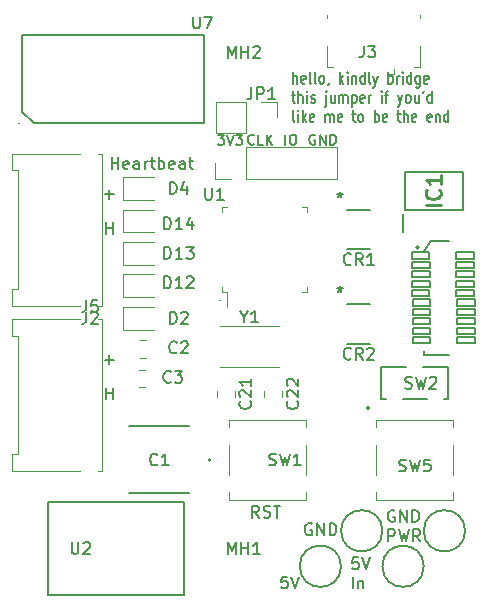
<source format=gbr>
%TF.GenerationSoftware,KiCad,Pcbnew,7.0.2*%
%TF.CreationDate,2023-09-23T11:43:56-05:00*%
%TF.ProjectId,BPS-PeripheralSOM,4250532d-5065-4726-9970-686572616c53,rev?*%
%TF.SameCoordinates,Original*%
%TF.FileFunction,Legend,Top*%
%TF.FilePolarity,Positive*%
%FSLAX46Y46*%
G04 Gerber Fmt 4.6, Leading zero omitted, Abs format (unit mm)*
G04 Created by KiCad (PCBNEW 7.0.2) date 2023-09-23 11:43:56*
%MOMM*%
%LPD*%
G01*
G04 APERTURE LIST*
%ADD10C,0.150000*%
%ADD11C,0.254000*%
%ADD12C,0.120000*%
%ADD13C,0.200000*%
%ADD14C,0.152400*%
G04 APERTURE END LIST*
D10*
X135275000Y-60800000D02*
X135900000Y-60000000D01*
X135300000Y-69275000D02*
X135300000Y-69600000D01*
X134325000Y-66500000D02*
X135825000Y-66500000D01*
X135825000Y-67025000D01*
X134325000Y-67025000D01*
X134325000Y-66500000D01*
X138100000Y-64875000D02*
X139575000Y-64875000D01*
X139575000Y-65475000D01*
X138100000Y-65475000D01*
X138100000Y-64875000D01*
X138025000Y-64100000D02*
X139500000Y-64100000D01*
X139500000Y-64625000D01*
X138025000Y-64625000D01*
X138025000Y-64100000D01*
X101000001Y-50000000D02*
G75*
G03*
X101000001Y-50000000I-1J0D01*
G01*
X134325000Y-64900000D02*
X135800000Y-64900000D01*
X135800000Y-65500000D01*
X134325000Y-65500000D01*
X134325000Y-64900000D01*
X134250000Y-61750000D02*
X135750000Y-61750000D01*
X135750000Y-62275000D01*
X134250000Y-62275000D01*
X134250000Y-61750000D01*
X134325000Y-67325000D02*
X135825000Y-67325000D01*
X135825000Y-67850000D01*
X134325000Y-67850000D01*
X134325000Y-67325000D01*
X134250000Y-60925000D02*
X135725000Y-60925000D01*
X135725000Y-61525000D01*
X134250000Y-61525000D01*
X134250000Y-60925000D01*
X118000001Y-65000000D02*
G75*
G03*
X118000001Y-65000000I-1J0D01*
G01*
X138025000Y-63325000D02*
X139525000Y-63325000D01*
X139525000Y-63850000D01*
X138025000Y-63850000D01*
X138025000Y-63325000D01*
X134250000Y-64125000D02*
X135725000Y-64125000D01*
X135725000Y-64650000D01*
X134250000Y-64650000D01*
X134250000Y-64125000D01*
X135300000Y-69600000D02*
X137425000Y-69600000D01*
X138025000Y-62500000D02*
X139525000Y-62500000D01*
X139525000Y-63025000D01*
X138025000Y-63025000D01*
X138025000Y-62500000D01*
X138100000Y-67300000D02*
X139600000Y-67300000D01*
X139600000Y-67825000D01*
X138100000Y-67825000D01*
X138100000Y-67300000D01*
X135900000Y-60000000D02*
X137375000Y-60000000D01*
X138100000Y-66475000D02*
X139600000Y-66475000D01*
X139600000Y-67000000D01*
X138100000Y-67000000D01*
X138100000Y-66475000D01*
X138025000Y-61725000D02*
X139525000Y-61725000D01*
X139525000Y-62250000D01*
X138025000Y-62250000D01*
X138025000Y-61725000D01*
X138100000Y-65700000D02*
X139600000Y-65700000D01*
X139600000Y-66225000D01*
X138100000Y-66225000D01*
X138100000Y-65700000D01*
X134325000Y-65725000D02*
X135825000Y-65725000D01*
X135825000Y-66250000D01*
X134325000Y-66250000D01*
X134325000Y-65725000D01*
X134250000Y-62525000D02*
X135750000Y-62525000D01*
X135750000Y-63050000D01*
X134250000Y-63050000D01*
X134250000Y-62525000D01*
X138025000Y-60900000D02*
X139500000Y-60900000D01*
X139500000Y-61500000D01*
X138025000Y-61500000D01*
X138025000Y-60900000D01*
X134250000Y-63350000D02*
X135750000Y-63350000D01*
X135750000Y-63875000D01*
X134250000Y-63875000D01*
X134250000Y-63350000D01*
X134325000Y-68100000D02*
X135800000Y-68100000D01*
X135800000Y-68625000D01*
X134325000Y-68625000D01*
X134325000Y-68100000D01*
X134825000Y-60500000D02*
G75*
G03*
X134825000Y-60500000I-125000J0D01*
G01*
X138100000Y-68075000D02*
X139575000Y-68075000D01*
X139575000Y-68600000D01*
X138100000Y-68600000D01*
X138100000Y-68075000D01*
X124190476Y-46637619D02*
X124190476Y-45637619D01*
X124533333Y-46637619D02*
X124533333Y-46113809D01*
X124533333Y-46113809D02*
X124495238Y-46018571D01*
X124495238Y-46018571D02*
X124419047Y-45970952D01*
X124419047Y-45970952D02*
X124304761Y-45970952D01*
X124304761Y-45970952D02*
X124228571Y-46018571D01*
X124228571Y-46018571D02*
X124190476Y-46066190D01*
X125219048Y-46590000D02*
X125142857Y-46637619D01*
X125142857Y-46637619D02*
X124990476Y-46637619D01*
X124990476Y-46637619D02*
X124914286Y-46590000D01*
X124914286Y-46590000D02*
X124876190Y-46494761D01*
X124876190Y-46494761D02*
X124876190Y-46113809D01*
X124876190Y-46113809D02*
X124914286Y-46018571D01*
X124914286Y-46018571D02*
X124990476Y-45970952D01*
X124990476Y-45970952D02*
X125142857Y-45970952D01*
X125142857Y-45970952D02*
X125219048Y-46018571D01*
X125219048Y-46018571D02*
X125257143Y-46113809D01*
X125257143Y-46113809D02*
X125257143Y-46209047D01*
X125257143Y-46209047D02*
X124876190Y-46304285D01*
X125714285Y-46637619D02*
X125638095Y-46590000D01*
X125638095Y-46590000D02*
X125600000Y-46494761D01*
X125600000Y-46494761D02*
X125600000Y-45637619D01*
X126133333Y-46637619D02*
X126057143Y-46590000D01*
X126057143Y-46590000D02*
X126019048Y-46494761D01*
X126019048Y-46494761D02*
X126019048Y-45637619D01*
X126552381Y-46637619D02*
X126476191Y-46590000D01*
X126476191Y-46590000D02*
X126438096Y-46542380D01*
X126438096Y-46542380D02*
X126400000Y-46447142D01*
X126400000Y-46447142D02*
X126400000Y-46161428D01*
X126400000Y-46161428D02*
X126438096Y-46066190D01*
X126438096Y-46066190D02*
X126476191Y-46018571D01*
X126476191Y-46018571D02*
X126552381Y-45970952D01*
X126552381Y-45970952D02*
X126666667Y-45970952D01*
X126666667Y-45970952D02*
X126742858Y-46018571D01*
X126742858Y-46018571D02*
X126780953Y-46066190D01*
X126780953Y-46066190D02*
X126819048Y-46161428D01*
X126819048Y-46161428D02*
X126819048Y-46447142D01*
X126819048Y-46447142D02*
X126780953Y-46542380D01*
X126780953Y-46542380D02*
X126742858Y-46590000D01*
X126742858Y-46590000D02*
X126666667Y-46637619D01*
X126666667Y-46637619D02*
X126552381Y-46637619D01*
X127200001Y-46590000D02*
X127200001Y-46637619D01*
X127200001Y-46637619D02*
X127161906Y-46732857D01*
X127161906Y-46732857D02*
X127123810Y-46780476D01*
X128152382Y-46637619D02*
X128152382Y-45637619D01*
X128228572Y-46256666D02*
X128457144Y-46637619D01*
X128457144Y-45970952D02*
X128152382Y-46351904D01*
X128800001Y-46637619D02*
X128800001Y-45970952D01*
X128800001Y-45637619D02*
X128761905Y-45685238D01*
X128761905Y-45685238D02*
X128800001Y-45732857D01*
X128800001Y-45732857D02*
X128838096Y-45685238D01*
X128838096Y-45685238D02*
X128800001Y-45637619D01*
X128800001Y-45637619D02*
X128800001Y-45732857D01*
X129180953Y-45970952D02*
X129180953Y-46637619D01*
X129180953Y-46066190D02*
X129219048Y-46018571D01*
X129219048Y-46018571D02*
X129295238Y-45970952D01*
X129295238Y-45970952D02*
X129409524Y-45970952D01*
X129409524Y-45970952D02*
X129485715Y-46018571D01*
X129485715Y-46018571D02*
X129523810Y-46113809D01*
X129523810Y-46113809D02*
X129523810Y-46637619D01*
X130247620Y-46637619D02*
X130247620Y-45637619D01*
X130247620Y-46590000D02*
X130171429Y-46637619D01*
X130171429Y-46637619D02*
X130019048Y-46637619D01*
X130019048Y-46637619D02*
X129942858Y-46590000D01*
X129942858Y-46590000D02*
X129904763Y-46542380D01*
X129904763Y-46542380D02*
X129866667Y-46447142D01*
X129866667Y-46447142D02*
X129866667Y-46161428D01*
X129866667Y-46161428D02*
X129904763Y-46066190D01*
X129904763Y-46066190D02*
X129942858Y-46018571D01*
X129942858Y-46018571D02*
X130019048Y-45970952D01*
X130019048Y-45970952D02*
X130171429Y-45970952D01*
X130171429Y-45970952D02*
X130247620Y-46018571D01*
X130742858Y-46637619D02*
X130666668Y-46590000D01*
X130666668Y-46590000D02*
X130628573Y-46494761D01*
X130628573Y-46494761D02*
X130628573Y-45637619D01*
X130971430Y-45970952D02*
X131161906Y-46637619D01*
X131352383Y-45970952D02*
X131161906Y-46637619D01*
X131161906Y-46637619D02*
X131085716Y-46875714D01*
X131085716Y-46875714D02*
X131047621Y-46923333D01*
X131047621Y-46923333D02*
X130971430Y-46970952D01*
X132266669Y-46637619D02*
X132266669Y-45637619D01*
X132266669Y-46018571D02*
X132342859Y-45970952D01*
X132342859Y-45970952D02*
X132495240Y-45970952D01*
X132495240Y-45970952D02*
X132571431Y-46018571D01*
X132571431Y-46018571D02*
X132609526Y-46066190D01*
X132609526Y-46066190D02*
X132647621Y-46161428D01*
X132647621Y-46161428D02*
X132647621Y-46447142D01*
X132647621Y-46447142D02*
X132609526Y-46542380D01*
X132609526Y-46542380D02*
X132571431Y-46590000D01*
X132571431Y-46590000D02*
X132495240Y-46637619D01*
X132495240Y-46637619D02*
X132342859Y-46637619D01*
X132342859Y-46637619D02*
X132266669Y-46590000D01*
X132990479Y-46637619D02*
X132990479Y-45970952D01*
X132990479Y-46161428D02*
X133028574Y-46066190D01*
X133028574Y-46066190D02*
X133066669Y-46018571D01*
X133066669Y-46018571D02*
X133142860Y-45970952D01*
X133142860Y-45970952D02*
X133219050Y-45970952D01*
X133485717Y-46637619D02*
X133485717Y-45970952D01*
X133485717Y-45637619D02*
X133447621Y-45685238D01*
X133447621Y-45685238D02*
X133485717Y-45732857D01*
X133485717Y-45732857D02*
X133523812Y-45685238D01*
X133523812Y-45685238D02*
X133485717Y-45637619D01*
X133485717Y-45637619D02*
X133485717Y-45732857D01*
X134209526Y-46637619D02*
X134209526Y-45637619D01*
X134209526Y-46590000D02*
X134133335Y-46637619D01*
X134133335Y-46637619D02*
X133980954Y-46637619D01*
X133980954Y-46637619D02*
X133904764Y-46590000D01*
X133904764Y-46590000D02*
X133866669Y-46542380D01*
X133866669Y-46542380D02*
X133828573Y-46447142D01*
X133828573Y-46447142D02*
X133828573Y-46161428D01*
X133828573Y-46161428D02*
X133866669Y-46066190D01*
X133866669Y-46066190D02*
X133904764Y-46018571D01*
X133904764Y-46018571D02*
X133980954Y-45970952D01*
X133980954Y-45970952D02*
X134133335Y-45970952D01*
X134133335Y-45970952D02*
X134209526Y-46018571D01*
X134933336Y-45970952D02*
X134933336Y-46780476D01*
X134933336Y-46780476D02*
X134895241Y-46875714D01*
X134895241Y-46875714D02*
X134857145Y-46923333D01*
X134857145Y-46923333D02*
X134780955Y-46970952D01*
X134780955Y-46970952D02*
X134666669Y-46970952D01*
X134666669Y-46970952D02*
X134590479Y-46923333D01*
X134933336Y-46590000D02*
X134857145Y-46637619D01*
X134857145Y-46637619D02*
X134704764Y-46637619D01*
X134704764Y-46637619D02*
X134628574Y-46590000D01*
X134628574Y-46590000D02*
X134590479Y-46542380D01*
X134590479Y-46542380D02*
X134552383Y-46447142D01*
X134552383Y-46447142D02*
X134552383Y-46161428D01*
X134552383Y-46161428D02*
X134590479Y-46066190D01*
X134590479Y-46066190D02*
X134628574Y-46018571D01*
X134628574Y-46018571D02*
X134704764Y-45970952D01*
X134704764Y-45970952D02*
X134857145Y-45970952D01*
X134857145Y-45970952D02*
X134933336Y-46018571D01*
X135619051Y-46590000D02*
X135542860Y-46637619D01*
X135542860Y-46637619D02*
X135390479Y-46637619D01*
X135390479Y-46637619D02*
X135314289Y-46590000D01*
X135314289Y-46590000D02*
X135276193Y-46494761D01*
X135276193Y-46494761D02*
X135276193Y-46113809D01*
X135276193Y-46113809D02*
X135314289Y-46018571D01*
X135314289Y-46018571D02*
X135390479Y-45970952D01*
X135390479Y-45970952D02*
X135542860Y-45970952D01*
X135542860Y-45970952D02*
X135619051Y-46018571D01*
X135619051Y-46018571D02*
X135657146Y-46113809D01*
X135657146Y-46113809D02*
X135657146Y-46209047D01*
X135657146Y-46209047D02*
X135276193Y-46304285D01*
X124076190Y-47590952D02*
X124380952Y-47590952D01*
X124190476Y-47257619D02*
X124190476Y-48114761D01*
X124190476Y-48114761D02*
X124228571Y-48210000D01*
X124228571Y-48210000D02*
X124304761Y-48257619D01*
X124304761Y-48257619D02*
X124380952Y-48257619D01*
X124647619Y-48257619D02*
X124647619Y-47257619D01*
X124990476Y-48257619D02*
X124990476Y-47733809D01*
X124990476Y-47733809D02*
X124952381Y-47638571D01*
X124952381Y-47638571D02*
X124876190Y-47590952D01*
X124876190Y-47590952D02*
X124761904Y-47590952D01*
X124761904Y-47590952D02*
X124685714Y-47638571D01*
X124685714Y-47638571D02*
X124647619Y-47686190D01*
X125371429Y-48257619D02*
X125371429Y-47590952D01*
X125371429Y-47257619D02*
X125333333Y-47305238D01*
X125333333Y-47305238D02*
X125371429Y-47352857D01*
X125371429Y-47352857D02*
X125409524Y-47305238D01*
X125409524Y-47305238D02*
X125371429Y-47257619D01*
X125371429Y-47257619D02*
X125371429Y-47352857D01*
X125714285Y-48210000D02*
X125790476Y-48257619D01*
X125790476Y-48257619D02*
X125942857Y-48257619D01*
X125942857Y-48257619D02*
X126019047Y-48210000D01*
X126019047Y-48210000D02*
X126057143Y-48114761D01*
X126057143Y-48114761D02*
X126057143Y-48067142D01*
X126057143Y-48067142D02*
X126019047Y-47971904D01*
X126019047Y-47971904D02*
X125942857Y-47924285D01*
X125942857Y-47924285D02*
X125828571Y-47924285D01*
X125828571Y-47924285D02*
X125752381Y-47876666D01*
X125752381Y-47876666D02*
X125714285Y-47781428D01*
X125714285Y-47781428D02*
X125714285Y-47733809D01*
X125714285Y-47733809D02*
X125752381Y-47638571D01*
X125752381Y-47638571D02*
X125828571Y-47590952D01*
X125828571Y-47590952D02*
X125942857Y-47590952D01*
X125942857Y-47590952D02*
X126019047Y-47638571D01*
X127009524Y-47590952D02*
X127009524Y-48448095D01*
X127009524Y-48448095D02*
X126971428Y-48543333D01*
X126971428Y-48543333D02*
X126895238Y-48590952D01*
X126895238Y-48590952D02*
X126857143Y-48590952D01*
X127009524Y-47257619D02*
X126971428Y-47305238D01*
X126971428Y-47305238D02*
X127009524Y-47352857D01*
X127009524Y-47352857D02*
X127047619Y-47305238D01*
X127047619Y-47305238D02*
X127009524Y-47257619D01*
X127009524Y-47257619D02*
X127009524Y-47352857D01*
X127733333Y-47590952D02*
X127733333Y-48257619D01*
X127390476Y-47590952D02*
X127390476Y-48114761D01*
X127390476Y-48114761D02*
X127428571Y-48210000D01*
X127428571Y-48210000D02*
X127504761Y-48257619D01*
X127504761Y-48257619D02*
X127619047Y-48257619D01*
X127619047Y-48257619D02*
X127695238Y-48210000D01*
X127695238Y-48210000D02*
X127733333Y-48162380D01*
X128114286Y-48257619D02*
X128114286Y-47590952D01*
X128114286Y-47686190D02*
X128152381Y-47638571D01*
X128152381Y-47638571D02*
X128228571Y-47590952D01*
X128228571Y-47590952D02*
X128342857Y-47590952D01*
X128342857Y-47590952D02*
X128419048Y-47638571D01*
X128419048Y-47638571D02*
X128457143Y-47733809D01*
X128457143Y-47733809D02*
X128457143Y-48257619D01*
X128457143Y-47733809D02*
X128495238Y-47638571D01*
X128495238Y-47638571D02*
X128571429Y-47590952D01*
X128571429Y-47590952D02*
X128685714Y-47590952D01*
X128685714Y-47590952D02*
X128761905Y-47638571D01*
X128761905Y-47638571D02*
X128800000Y-47733809D01*
X128800000Y-47733809D02*
X128800000Y-48257619D01*
X129180953Y-47590952D02*
X129180953Y-48590952D01*
X129180953Y-47638571D02*
X129257143Y-47590952D01*
X129257143Y-47590952D02*
X129409524Y-47590952D01*
X129409524Y-47590952D02*
X129485715Y-47638571D01*
X129485715Y-47638571D02*
X129523810Y-47686190D01*
X129523810Y-47686190D02*
X129561905Y-47781428D01*
X129561905Y-47781428D02*
X129561905Y-48067142D01*
X129561905Y-48067142D02*
X129523810Y-48162380D01*
X129523810Y-48162380D02*
X129485715Y-48210000D01*
X129485715Y-48210000D02*
X129409524Y-48257619D01*
X129409524Y-48257619D02*
X129257143Y-48257619D01*
X129257143Y-48257619D02*
X129180953Y-48210000D01*
X130209525Y-48210000D02*
X130133334Y-48257619D01*
X130133334Y-48257619D02*
X129980953Y-48257619D01*
X129980953Y-48257619D02*
X129904763Y-48210000D01*
X129904763Y-48210000D02*
X129866667Y-48114761D01*
X129866667Y-48114761D02*
X129866667Y-47733809D01*
X129866667Y-47733809D02*
X129904763Y-47638571D01*
X129904763Y-47638571D02*
X129980953Y-47590952D01*
X129980953Y-47590952D02*
X130133334Y-47590952D01*
X130133334Y-47590952D02*
X130209525Y-47638571D01*
X130209525Y-47638571D02*
X130247620Y-47733809D01*
X130247620Y-47733809D02*
X130247620Y-47829047D01*
X130247620Y-47829047D02*
X129866667Y-47924285D01*
X130590477Y-48257619D02*
X130590477Y-47590952D01*
X130590477Y-47781428D02*
X130628572Y-47686190D01*
X130628572Y-47686190D02*
X130666667Y-47638571D01*
X130666667Y-47638571D02*
X130742858Y-47590952D01*
X130742858Y-47590952D02*
X130819048Y-47590952D01*
X131695239Y-48257619D02*
X131695239Y-47590952D01*
X131695239Y-47257619D02*
X131657143Y-47305238D01*
X131657143Y-47305238D02*
X131695239Y-47352857D01*
X131695239Y-47352857D02*
X131733334Y-47305238D01*
X131733334Y-47305238D02*
X131695239Y-47257619D01*
X131695239Y-47257619D02*
X131695239Y-47352857D01*
X131961905Y-47590952D02*
X132266667Y-47590952D01*
X132076191Y-48257619D02*
X132076191Y-47400476D01*
X132076191Y-47400476D02*
X132114286Y-47305238D01*
X132114286Y-47305238D02*
X132190476Y-47257619D01*
X132190476Y-47257619D02*
X132266667Y-47257619D01*
X133066667Y-47590952D02*
X133257143Y-48257619D01*
X133447620Y-47590952D02*
X133257143Y-48257619D01*
X133257143Y-48257619D02*
X133180953Y-48495714D01*
X133180953Y-48495714D02*
X133142858Y-48543333D01*
X133142858Y-48543333D02*
X133066667Y-48590952D01*
X133866667Y-48257619D02*
X133790477Y-48210000D01*
X133790477Y-48210000D02*
X133752382Y-48162380D01*
X133752382Y-48162380D02*
X133714286Y-48067142D01*
X133714286Y-48067142D02*
X133714286Y-47781428D01*
X133714286Y-47781428D02*
X133752382Y-47686190D01*
X133752382Y-47686190D02*
X133790477Y-47638571D01*
X133790477Y-47638571D02*
X133866667Y-47590952D01*
X133866667Y-47590952D02*
X133980953Y-47590952D01*
X133980953Y-47590952D02*
X134057144Y-47638571D01*
X134057144Y-47638571D02*
X134095239Y-47686190D01*
X134095239Y-47686190D02*
X134133334Y-47781428D01*
X134133334Y-47781428D02*
X134133334Y-48067142D01*
X134133334Y-48067142D02*
X134095239Y-48162380D01*
X134095239Y-48162380D02*
X134057144Y-48210000D01*
X134057144Y-48210000D02*
X133980953Y-48257619D01*
X133980953Y-48257619D02*
X133866667Y-48257619D01*
X134819049Y-47590952D02*
X134819049Y-48257619D01*
X134476192Y-47590952D02*
X134476192Y-48114761D01*
X134476192Y-48114761D02*
X134514287Y-48210000D01*
X134514287Y-48210000D02*
X134590477Y-48257619D01*
X134590477Y-48257619D02*
X134704763Y-48257619D01*
X134704763Y-48257619D02*
X134780954Y-48210000D01*
X134780954Y-48210000D02*
X134819049Y-48162380D01*
X135238097Y-47257619D02*
X135161906Y-47448095D01*
X135923811Y-48257619D02*
X135923811Y-47257619D01*
X135923811Y-48210000D02*
X135847620Y-48257619D01*
X135847620Y-48257619D02*
X135695239Y-48257619D01*
X135695239Y-48257619D02*
X135619049Y-48210000D01*
X135619049Y-48210000D02*
X135580954Y-48162380D01*
X135580954Y-48162380D02*
X135542858Y-48067142D01*
X135542858Y-48067142D02*
X135542858Y-47781428D01*
X135542858Y-47781428D02*
X135580954Y-47686190D01*
X135580954Y-47686190D02*
X135619049Y-47638571D01*
X135619049Y-47638571D02*
X135695239Y-47590952D01*
X135695239Y-47590952D02*
X135847620Y-47590952D01*
X135847620Y-47590952D02*
X135923811Y-47638571D01*
X124304761Y-49877619D02*
X124228571Y-49830000D01*
X124228571Y-49830000D02*
X124190476Y-49734761D01*
X124190476Y-49734761D02*
X124190476Y-48877619D01*
X124609524Y-49877619D02*
X124609524Y-49210952D01*
X124609524Y-48877619D02*
X124571428Y-48925238D01*
X124571428Y-48925238D02*
X124609524Y-48972857D01*
X124609524Y-48972857D02*
X124647619Y-48925238D01*
X124647619Y-48925238D02*
X124609524Y-48877619D01*
X124609524Y-48877619D02*
X124609524Y-48972857D01*
X124990476Y-49877619D02*
X124990476Y-48877619D01*
X125066666Y-49496666D02*
X125295238Y-49877619D01*
X125295238Y-49210952D02*
X124990476Y-49591904D01*
X125942857Y-49830000D02*
X125866666Y-49877619D01*
X125866666Y-49877619D02*
X125714285Y-49877619D01*
X125714285Y-49877619D02*
X125638095Y-49830000D01*
X125638095Y-49830000D02*
X125599999Y-49734761D01*
X125599999Y-49734761D02*
X125599999Y-49353809D01*
X125599999Y-49353809D02*
X125638095Y-49258571D01*
X125638095Y-49258571D02*
X125714285Y-49210952D01*
X125714285Y-49210952D02*
X125866666Y-49210952D01*
X125866666Y-49210952D02*
X125942857Y-49258571D01*
X125942857Y-49258571D02*
X125980952Y-49353809D01*
X125980952Y-49353809D02*
X125980952Y-49449047D01*
X125980952Y-49449047D02*
X125599999Y-49544285D01*
X126933333Y-49877619D02*
X126933333Y-49210952D01*
X126933333Y-49306190D02*
X126971428Y-49258571D01*
X126971428Y-49258571D02*
X127047618Y-49210952D01*
X127047618Y-49210952D02*
X127161904Y-49210952D01*
X127161904Y-49210952D02*
X127238095Y-49258571D01*
X127238095Y-49258571D02*
X127276190Y-49353809D01*
X127276190Y-49353809D02*
X127276190Y-49877619D01*
X127276190Y-49353809D02*
X127314285Y-49258571D01*
X127314285Y-49258571D02*
X127390476Y-49210952D01*
X127390476Y-49210952D02*
X127504761Y-49210952D01*
X127504761Y-49210952D02*
X127580952Y-49258571D01*
X127580952Y-49258571D02*
X127619047Y-49353809D01*
X127619047Y-49353809D02*
X127619047Y-49877619D01*
X128304762Y-49830000D02*
X128228571Y-49877619D01*
X128228571Y-49877619D02*
X128076190Y-49877619D01*
X128076190Y-49877619D02*
X128000000Y-49830000D01*
X128000000Y-49830000D02*
X127961904Y-49734761D01*
X127961904Y-49734761D02*
X127961904Y-49353809D01*
X127961904Y-49353809D02*
X128000000Y-49258571D01*
X128000000Y-49258571D02*
X128076190Y-49210952D01*
X128076190Y-49210952D02*
X128228571Y-49210952D01*
X128228571Y-49210952D02*
X128304762Y-49258571D01*
X128304762Y-49258571D02*
X128342857Y-49353809D01*
X128342857Y-49353809D02*
X128342857Y-49449047D01*
X128342857Y-49449047D02*
X127961904Y-49544285D01*
X129180952Y-49210952D02*
X129485714Y-49210952D01*
X129295238Y-48877619D02*
X129295238Y-49734761D01*
X129295238Y-49734761D02*
X129333333Y-49830000D01*
X129333333Y-49830000D02*
X129409523Y-49877619D01*
X129409523Y-49877619D02*
X129485714Y-49877619D01*
X129866666Y-49877619D02*
X129790476Y-49830000D01*
X129790476Y-49830000D02*
X129752381Y-49782380D01*
X129752381Y-49782380D02*
X129714285Y-49687142D01*
X129714285Y-49687142D02*
X129714285Y-49401428D01*
X129714285Y-49401428D02*
X129752381Y-49306190D01*
X129752381Y-49306190D02*
X129790476Y-49258571D01*
X129790476Y-49258571D02*
X129866666Y-49210952D01*
X129866666Y-49210952D02*
X129980952Y-49210952D01*
X129980952Y-49210952D02*
X130057143Y-49258571D01*
X130057143Y-49258571D02*
X130095238Y-49306190D01*
X130095238Y-49306190D02*
X130133333Y-49401428D01*
X130133333Y-49401428D02*
X130133333Y-49687142D01*
X130133333Y-49687142D02*
X130095238Y-49782380D01*
X130095238Y-49782380D02*
X130057143Y-49830000D01*
X130057143Y-49830000D02*
X129980952Y-49877619D01*
X129980952Y-49877619D02*
X129866666Y-49877619D01*
X131085715Y-49877619D02*
X131085715Y-48877619D01*
X131085715Y-49258571D02*
X131161905Y-49210952D01*
X131161905Y-49210952D02*
X131314286Y-49210952D01*
X131314286Y-49210952D02*
X131390477Y-49258571D01*
X131390477Y-49258571D02*
X131428572Y-49306190D01*
X131428572Y-49306190D02*
X131466667Y-49401428D01*
X131466667Y-49401428D02*
X131466667Y-49687142D01*
X131466667Y-49687142D02*
X131428572Y-49782380D01*
X131428572Y-49782380D02*
X131390477Y-49830000D01*
X131390477Y-49830000D02*
X131314286Y-49877619D01*
X131314286Y-49877619D02*
X131161905Y-49877619D01*
X131161905Y-49877619D02*
X131085715Y-49830000D01*
X132114287Y-49830000D02*
X132038096Y-49877619D01*
X132038096Y-49877619D02*
X131885715Y-49877619D01*
X131885715Y-49877619D02*
X131809525Y-49830000D01*
X131809525Y-49830000D02*
X131771429Y-49734761D01*
X131771429Y-49734761D02*
X131771429Y-49353809D01*
X131771429Y-49353809D02*
X131809525Y-49258571D01*
X131809525Y-49258571D02*
X131885715Y-49210952D01*
X131885715Y-49210952D02*
X132038096Y-49210952D01*
X132038096Y-49210952D02*
X132114287Y-49258571D01*
X132114287Y-49258571D02*
X132152382Y-49353809D01*
X132152382Y-49353809D02*
X132152382Y-49449047D01*
X132152382Y-49449047D02*
X131771429Y-49544285D01*
X132990477Y-49210952D02*
X133295239Y-49210952D01*
X133104763Y-48877619D02*
X133104763Y-49734761D01*
X133104763Y-49734761D02*
X133142858Y-49830000D01*
X133142858Y-49830000D02*
X133219048Y-49877619D01*
X133219048Y-49877619D02*
X133295239Y-49877619D01*
X133561906Y-49877619D02*
X133561906Y-48877619D01*
X133904763Y-49877619D02*
X133904763Y-49353809D01*
X133904763Y-49353809D02*
X133866668Y-49258571D01*
X133866668Y-49258571D02*
X133790477Y-49210952D01*
X133790477Y-49210952D02*
X133676191Y-49210952D01*
X133676191Y-49210952D02*
X133600001Y-49258571D01*
X133600001Y-49258571D02*
X133561906Y-49306190D01*
X134590478Y-49830000D02*
X134514287Y-49877619D01*
X134514287Y-49877619D02*
X134361906Y-49877619D01*
X134361906Y-49877619D02*
X134285716Y-49830000D01*
X134285716Y-49830000D02*
X134247620Y-49734761D01*
X134247620Y-49734761D02*
X134247620Y-49353809D01*
X134247620Y-49353809D02*
X134285716Y-49258571D01*
X134285716Y-49258571D02*
X134361906Y-49210952D01*
X134361906Y-49210952D02*
X134514287Y-49210952D01*
X134514287Y-49210952D02*
X134590478Y-49258571D01*
X134590478Y-49258571D02*
X134628573Y-49353809D01*
X134628573Y-49353809D02*
X134628573Y-49449047D01*
X134628573Y-49449047D02*
X134247620Y-49544285D01*
X135885716Y-49830000D02*
X135809525Y-49877619D01*
X135809525Y-49877619D02*
X135657144Y-49877619D01*
X135657144Y-49877619D02*
X135580954Y-49830000D01*
X135580954Y-49830000D02*
X135542858Y-49734761D01*
X135542858Y-49734761D02*
X135542858Y-49353809D01*
X135542858Y-49353809D02*
X135580954Y-49258571D01*
X135580954Y-49258571D02*
X135657144Y-49210952D01*
X135657144Y-49210952D02*
X135809525Y-49210952D01*
X135809525Y-49210952D02*
X135885716Y-49258571D01*
X135885716Y-49258571D02*
X135923811Y-49353809D01*
X135923811Y-49353809D02*
X135923811Y-49449047D01*
X135923811Y-49449047D02*
X135542858Y-49544285D01*
X136266668Y-49210952D02*
X136266668Y-49877619D01*
X136266668Y-49306190D02*
X136304763Y-49258571D01*
X136304763Y-49258571D02*
X136380953Y-49210952D01*
X136380953Y-49210952D02*
X136495239Y-49210952D01*
X136495239Y-49210952D02*
X136571430Y-49258571D01*
X136571430Y-49258571D02*
X136609525Y-49353809D01*
X136609525Y-49353809D02*
X136609525Y-49877619D01*
X137333335Y-49877619D02*
X137333335Y-48877619D01*
X137333335Y-49830000D02*
X137257144Y-49877619D01*
X137257144Y-49877619D02*
X137104763Y-49877619D01*
X137104763Y-49877619D02*
X137028573Y-49830000D01*
X137028573Y-49830000D02*
X136990478Y-49782380D01*
X136990478Y-49782380D02*
X136952382Y-49687142D01*
X136952382Y-49687142D02*
X136952382Y-49401428D01*
X136952382Y-49401428D02*
X136990478Y-49306190D01*
X136990478Y-49306190D02*
X137028573Y-49258571D01*
X137028573Y-49258571D02*
X137104763Y-49210952D01*
X137104763Y-49210952D02*
X137257144Y-49210952D01*
X137257144Y-49210952D02*
X137333335Y-49258571D01*
X120888095Y-51715024D02*
X120847619Y-51755501D01*
X120847619Y-51755501D02*
X120726190Y-51795977D01*
X120726190Y-51795977D02*
X120645238Y-51795977D01*
X120645238Y-51795977D02*
X120523809Y-51755501D01*
X120523809Y-51755501D02*
X120442857Y-51674548D01*
X120442857Y-51674548D02*
X120402380Y-51593596D01*
X120402380Y-51593596D02*
X120361904Y-51431691D01*
X120361904Y-51431691D02*
X120361904Y-51310262D01*
X120361904Y-51310262D02*
X120402380Y-51148358D01*
X120402380Y-51148358D02*
X120442857Y-51067405D01*
X120442857Y-51067405D02*
X120523809Y-50986453D01*
X120523809Y-50986453D02*
X120645238Y-50945977D01*
X120645238Y-50945977D02*
X120726190Y-50945977D01*
X120726190Y-50945977D02*
X120847619Y-50986453D01*
X120847619Y-50986453D02*
X120888095Y-51026929D01*
X121657142Y-51795977D02*
X121252380Y-51795977D01*
X121252380Y-51795977D02*
X121252380Y-50945977D01*
X121940475Y-51795977D02*
X121940475Y-50945977D01*
X122426190Y-51795977D02*
X122061904Y-51310262D01*
X122426190Y-50945977D02*
X121940475Y-51431691D01*
X123714285Y-88377619D02*
X123238095Y-88377619D01*
X123238095Y-88377619D02*
X123190476Y-88853809D01*
X123190476Y-88853809D02*
X123238095Y-88806190D01*
X123238095Y-88806190D02*
X123333333Y-88758571D01*
X123333333Y-88758571D02*
X123571428Y-88758571D01*
X123571428Y-88758571D02*
X123666666Y-88806190D01*
X123666666Y-88806190D02*
X123714285Y-88853809D01*
X123714285Y-88853809D02*
X123761904Y-88949047D01*
X123761904Y-88949047D02*
X123761904Y-89187142D01*
X123761904Y-89187142D02*
X123714285Y-89282380D01*
X123714285Y-89282380D02*
X123666666Y-89330000D01*
X123666666Y-89330000D02*
X123571428Y-89377619D01*
X123571428Y-89377619D02*
X123333333Y-89377619D01*
X123333333Y-89377619D02*
X123238095Y-89330000D01*
X123238095Y-89330000D02*
X123190476Y-89282380D01*
X124047619Y-88377619D02*
X124380952Y-89377619D01*
X124380952Y-89377619D02*
X124714285Y-88377619D01*
X108333333Y-59377619D02*
X108333333Y-58377619D01*
X108333333Y-58853809D02*
X108904761Y-58853809D01*
X108904761Y-59377619D02*
X108904761Y-58377619D01*
X108818095Y-53862619D02*
X108818095Y-52862619D01*
X108818095Y-53338809D02*
X109389523Y-53338809D01*
X109389523Y-53862619D02*
X109389523Y-52862619D01*
X110246666Y-53815000D02*
X110151428Y-53862619D01*
X110151428Y-53862619D02*
X109960952Y-53862619D01*
X109960952Y-53862619D02*
X109865714Y-53815000D01*
X109865714Y-53815000D02*
X109818095Y-53719761D01*
X109818095Y-53719761D02*
X109818095Y-53338809D01*
X109818095Y-53338809D02*
X109865714Y-53243571D01*
X109865714Y-53243571D02*
X109960952Y-53195952D01*
X109960952Y-53195952D02*
X110151428Y-53195952D01*
X110151428Y-53195952D02*
X110246666Y-53243571D01*
X110246666Y-53243571D02*
X110294285Y-53338809D01*
X110294285Y-53338809D02*
X110294285Y-53434047D01*
X110294285Y-53434047D02*
X109818095Y-53529285D01*
X111151428Y-53862619D02*
X111151428Y-53338809D01*
X111151428Y-53338809D02*
X111103809Y-53243571D01*
X111103809Y-53243571D02*
X111008571Y-53195952D01*
X111008571Y-53195952D02*
X110818095Y-53195952D01*
X110818095Y-53195952D02*
X110722857Y-53243571D01*
X111151428Y-53815000D02*
X111056190Y-53862619D01*
X111056190Y-53862619D02*
X110818095Y-53862619D01*
X110818095Y-53862619D02*
X110722857Y-53815000D01*
X110722857Y-53815000D02*
X110675238Y-53719761D01*
X110675238Y-53719761D02*
X110675238Y-53624523D01*
X110675238Y-53624523D02*
X110722857Y-53529285D01*
X110722857Y-53529285D02*
X110818095Y-53481666D01*
X110818095Y-53481666D02*
X111056190Y-53481666D01*
X111056190Y-53481666D02*
X111151428Y-53434047D01*
X111627619Y-53862619D02*
X111627619Y-53195952D01*
X111627619Y-53386428D02*
X111675238Y-53291190D01*
X111675238Y-53291190D02*
X111722857Y-53243571D01*
X111722857Y-53243571D02*
X111818095Y-53195952D01*
X111818095Y-53195952D02*
X111913333Y-53195952D01*
X112103810Y-53195952D02*
X112484762Y-53195952D01*
X112246667Y-52862619D02*
X112246667Y-53719761D01*
X112246667Y-53719761D02*
X112294286Y-53815000D01*
X112294286Y-53815000D02*
X112389524Y-53862619D01*
X112389524Y-53862619D02*
X112484762Y-53862619D01*
X112818096Y-53862619D02*
X112818096Y-52862619D01*
X112818096Y-53243571D02*
X112913334Y-53195952D01*
X112913334Y-53195952D02*
X113103810Y-53195952D01*
X113103810Y-53195952D02*
X113199048Y-53243571D01*
X113199048Y-53243571D02*
X113246667Y-53291190D01*
X113246667Y-53291190D02*
X113294286Y-53386428D01*
X113294286Y-53386428D02*
X113294286Y-53672142D01*
X113294286Y-53672142D02*
X113246667Y-53767380D01*
X113246667Y-53767380D02*
X113199048Y-53815000D01*
X113199048Y-53815000D02*
X113103810Y-53862619D01*
X113103810Y-53862619D02*
X112913334Y-53862619D01*
X112913334Y-53862619D02*
X112818096Y-53815000D01*
X114103810Y-53815000D02*
X114008572Y-53862619D01*
X114008572Y-53862619D02*
X113818096Y-53862619D01*
X113818096Y-53862619D02*
X113722858Y-53815000D01*
X113722858Y-53815000D02*
X113675239Y-53719761D01*
X113675239Y-53719761D02*
X113675239Y-53338809D01*
X113675239Y-53338809D02*
X113722858Y-53243571D01*
X113722858Y-53243571D02*
X113818096Y-53195952D01*
X113818096Y-53195952D02*
X114008572Y-53195952D01*
X114008572Y-53195952D02*
X114103810Y-53243571D01*
X114103810Y-53243571D02*
X114151429Y-53338809D01*
X114151429Y-53338809D02*
X114151429Y-53434047D01*
X114151429Y-53434047D02*
X113675239Y-53529285D01*
X115008572Y-53862619D02*
X115008572Y-53338809D01*
X115008572Y-53338809D02*
X114960953Y-53243571D01*
X114960953Y-53243571D02*
X114865715Y-53195952D01*
X114865715Y-53195952D02*
X114675239Y-53195952D01*
X114675239Y-53195952D02*
X114580001Y-53243571D01*
X115008572Y-53815000D02*
X114913334Y-53862619D01*
X114913334Y-53862619D02*
X114675239Y-53862619D01*
X114675239Y-53862619D02*
X114580001Y-53815000D01*
X114580001Y-53815000D02*
X114532382Y-53719761D01*
X114532382Y-53719761D02*
X114532382Y-53624523D01*
X114532382Y-53624523D02*
X114580001Y-53529285D01*
X114580001Y-53529285D02*
X114675239Y-53481666D01*
X114675239Y-53481666D02*
X114913334Y-53481666D01*
X114913334Y-53481666D02*
X115008572Y-53434047D01*
X115341906Y-53195952D02*
X115722858Y-53195952D01*
X115484763Y-52862619D02*
X115484763Y-53719761D01*
X115484763Y-53719761D02*
X115532382Y-53815000D01*
X115532382Y-53815000D02*
X115627620Y-53862619D01*
X115627620Y-53862619D02*
X115722858Y-53862619D01*
X117821428Y-50945977D02*
X118347619Y-50945977D01*
X118347619Y-50945977D02*
X118064285Y-51269786D01*
X118064285Y-51269786D02*
X118185714Y-51269786D01*
X118185714Y-51269786D02*
X118266666Y-51310262D01*
X118266666Y-51310262D02*
X118307142Y-51350739D01*
X118307142Y-51350739D02*
X118347619Y-51431691D01*
X118347619Y-51431691D02*
X118347619Y-51634072D01*
X118347619Y-51634072D02*
X118307142Y-51715024D01*
X118307142Y-51715024D02*
X118266666Y-51755501D01*
X118266666Y-51755501D02*
X118185714Y-51795977D01*
X118185714Y-51795977D02*
X117942857Y-51795977D01*
X117942857Y-51795977D02*
X117861904Y-51755501D01*
X117861904Y-51755501D02*
X117821428Y-51715024D01*
X118590476Y-50945977D02*
X118873809Y-51795977D01*
X118873809Y-51795977D02*
X119157143Y-50945977D01*
X119359523Y-50945977D02*
X119885714Y-50945977D01*
X119885714Y-50945977D02*
X119602380Y-51269786D01*
X119602380Y-51269786D02*
X119723809Y-51269786D01*
X119723809Y-51269786D02*
X119804761Y-51310262D01*
X119804761Y-51310262D02*
X119845237Y-51350739D01*
X119845237Y-51350739D02*
X119885714Y-51431691D01*
X119885714Y-51431691D02*
X119885714Y-51634072D01*
X119885714Y-51634072D02*
X119845237Y-51715024D01*
X119845237Y-51715024D02*
X119804761Y-51755501D01*
X119804761Y-51755501D02*
X119723809Y-51795977D01*
X119723809Y-51795977D02*
X119480952Y-51795977D01*
X119480952Y-51795977D02*
X119399999Y-51755501D01*
X119399999Y-51755501D02*
X119359523Y-51715024D01*
X123548808Y-51795977D02*
X123548808Y-50945977D01*
X124115475Y-50945977D02*
X124277380Y-50945977D01*
X124277380Y-50945977D02*
X124358332Y-50986453D01*
X124358332Y-50986453D02*
X124439285Y-51067405D01*
X124439285Y-51067405D02*
X124479761Y-51229310D01*
X124479761Y-51229310D02*
X124479761Y-51512643D01*
X124479761Y-51512643D02*
X124439285Y-51674548D01*
X124439285Y-51674548D02*
X124358332Y-51755501D01*
X124358332Y-51755501D02*
X124277380Y-51795977D01*
X124277380Y-51795977D02*
X124115475Y-51795977D01*
X124115475Y-51795977D02*
X124034523Y-51755501D01*
X124034523Y-51755501D02*
X123953570Y-51674548D01*
X123953570Y-51674548D02*
X123913094Y-51512643D01*
X123913094Y-51512643D02*
X123913094Y-51229310D01*
X123913094Y-51229310D02*
X123953570Y-51067405D01*
X123953570Y-51067405D02*
X124034523Y-50986453D01*
X124034523Y-50986453D02*
X124115475Y-50945977D01*
X125761904Y-83925238D02*
X125666666Y-83877619D01*
X125666666Y-83877619D02*
X125523809Y-83877619D01*
X125523809Y-83877619D02*
X125380952Y-83925238D01*
X125380952Y-83925238D02*
X125285714Y-84020476D01*
X125285714Y-84020476D02*
X125238095Y-84115714D01*
X125238095Y-84115714D02*
X125190476Y-84306190D01*
X125190476Y-84306190D02*
X125190476Y-84449047D01*
X125190476Y-84449047D02*
X125238095Y-84639523D01*
X125238095Y-84639523D02*
X125285714Y-84734761D01*
X125285714Y-84734761D02*
X125380952Y-84830000D01*
X125380952Y-84830000D02*
X125523809Y-84877619D01*
X125523809Y-84877619D02*
X125619047Y-84877619D01*
X125619047Y-84877619D02*
X125761904Y-84830000D01*
X125761904Y-84830000D02*
X125809523Y-84782380D01*
X125809523Y-84782380D02*
X125809523Y-84449047D01*
X125809523Y-84449047D02*
X125619047Y-84449047D01*
X126238095Y-84877619D02*
X126238095Y-83877619D01*
X126238095Y-83877619D02*
X126809523Y-84877619D01*
X126809523Y-84877619D02*
X126809523Y-83877619D01*
X127285714Y-84877619D02*
X127285714Y-83877619D01*
X127285714Y-83877619D02*
X127523809Y-83877619D01*
X127523809Y-83877619D02*
X127666666Y-83925238D01*
X127666666Y-83925238D02*
X127761904Y-84020476D01*
X127761904Y-84020476D02*
X127809523Y-84115714D01*
X127809523Y-84115714D02*
X127857142Y-84306190D01*
X127857142Y-84306190D02*
X127857142Y-84449047D01*
X127857142Y-84449047D02*
X127809523Y-84639523D01*
X127809523Y-84639523D02*
X127761904Y-84734761D01*
X127761904Y-84734761D02*
X127666666Y-84830000D01*
X127666666Y-84830000D02*
X127523809Y-84877619D01*
X127523809Y-84877619D02*
X127285714Y-84877619D01*
X129714285Y-86757619D02*
X129238095Y-86757619D01*
X129238095Y-86757619D02*
X129190476Y-87233809D01*
X129190476Y-87233809D02*
X129238095Y-87186190D01*
X129238095Y-87186190D02*
X129333333Y-87138571D01*
X129333333Y-87138571D02*
X129571428Y-87138571D01*
X129571428Y-87138571D02*
X129666666Y-87186190D01*
X129666666Y-87186190D02*
X129714285Y-87233809D01*
X129714285Y-87233809D02*
X129761904Y-87329047D01*
X129761904Y-87329047D02*
X129761904Y-87567142D01*
X129761904Y-87567142D02*
X129714285Y-87662380D01*
X129714285Y-87662380D02*
X129666666Y-87710000D01*
X129666666Y-87710000D02*
X129571428Y-87757619D01*
X129571428Y-87757619D02*
X129333333Y-87757619D01*
X129333333Y-87757619D02*
X129238095Y-87710000D01*
X129238095Y-87710000D02*
X129190476Y-87662380D01*
X130047619Y-86757619D02*
X130380952Y-87757619D01*
X130380952Y-87757619D02*
X130714285Y-86757619D01*
X129238095Y-89377619D02*
X129238095Y-88377619D01*
X129714285Y-88710952D02*
X129714285Y-89377619D01*
X129714285Y-88806190D02*
X129761904Y-88758571D01*
X129761904Y-88758571D02*
X129857142Y-88710952D01*
X129857142Y-88710952D02*
X129999999Y-88710952D01*
X129999999Y-88710952D02*
X130095237Y-88758571D01*
X130095237Y-88758571D02*
X130142856Y-88853809D01*
X130142856Y-88853809D02*
X130142856Y-89377619D01*
X108238095Y-69996666D02*
X109000000Y-69996666D01*
X108619047Y-70377619D02*
X108619047Y-69615714D01*
X132761904Y-82805238D02*
X132666666Y-82757619D01*
X132666666Y-82757619D02*
X132523809Y-82757619D01*
X132523809Y-82757619D02*
X132380952Y-82805238D01*
X132380952Y-82805238D02*
X132285714Y-82900476D01*
X132285714Y-82900476D02*
X132238095Y-82995714D01*
X132238095Y-82995714D02*
X132190476Y-83186190D01*
X132190476Y-83186190D02*
X132190476Y-83329047D01*
X132190476Y-83329047D02*
X132238095Y-83519523D01*
X132238095Y-83519523D02*
X132285714Y-83614761D01*
X132285714Y-83614761D02*
X132380952Y-83710000D01*
X132380952Y-83710000D02*
X132523809Y-83757619D01*
X132523809Y-83757619D02*
X132619047Y-83757619D01*
X132619047Y-83757619D02*
X132761904Y-83710000D01*
X132761904Y-83710000D02*
X132809523Y-83662380D01*
X132809523Y-83662380D02*
X132809523Y-83329047D01*
X132809523Y-83329047D02*
X132619047Y-83329047D01*
X133238095Y-83757619D02*
X133238095Y-82757619D01*
X133238095Y-82757619D02*
X133809523Y-83757619D01*
X133809523Y-83757619D02*
X133809523Y-82757619D01*
X134285714Y-83757619D02*
X134285714Y-82757619D01*
X134285714Y-82757619D02*
X134523809Y-82757619D01*
X134523809Y-82757619D02*
X134666666Y-82805238D01*
X134666666Y-82805238D02*
X134761904Y-82900476D01*
X134761904Y-82900476D02*
X134809523Y-82995714D01*
X134809523Y-82995714D02*
X134857142Y-83186190D01*
X134857142Y-83186190D02*
X134857142Y-83329047D01*
X134857142Y-83329047D02*
X134809523Y-83519523D01*
X134809523Y-83519523D02*
X134761904Y-83614761D01*
X134761904Y-83614761D02*
X134666666Y-83710000D01*
X134666666Y-83710000D02*
X134523809Y-83757619D01*
X134523809Y-83757619D02*
X134285714Y-83757619D01*
X132238095Y-85377619D02*
X132238095Y-84377619D01*
X132238095Y-84377619D02*
X132619047Y-84377619D01*
X132619047Y-84377619D02*
X132714285Y-84425238D01*
X132714285Y-84425238D02*
X132761904Y-84472857D01*
X132761904Y-84472857D02*
X132809523Y-84568095D01*
X132809523Y-84568095D02*
X132809523Y-84710952D01*
X132809523Y-84710952D02*
X132761904Y-84806190D01*
X132761904Y-84806190D02*
X132714285Y-84853809D01*
X132714285Y-84853809D02*
X132619047Y-84901428D01*
X132619047Y-84901428D02*
X132238095Y-84901428D01*
X133142857Y-84377619D02*
X133380952Y-85377619D01*
X133380952Y-85377619D02*
X133571428Y-84663333D01*
X133571428Y-84663333D02*
X133761904Y-85377619D01*
X133761904Y-85377619D02*
X134000000Y-84377619D01*
X134952380Y-85377619D02*
X134619047Y-84901428D01*
X134380952Y-85377619D02*
X134380952Y-84377619D01*
X134380952Y-84377619D02*
X134761904Y-84377619D01*
X134761904Y-84377619D02*
X134857142Y-84425238D01*
X134857142Y-84425238D02*
X134904761Y-84472857D01*
X134904761Y-84472857D02*
X134952380Y-84568095D01*
X134952380Y-84568095D02*
X134952380Y-84710952D01*
X134952380Y-84710952D02*
X134904761Y-84806190D01*
X134904761Y-84806190D02*
X134857142Y-84853809D01*
X134857142Y-84853809D02*
X134761904Y-84901428D01*
X134761904Y-84901428D02*
X134380952Y-84901428D01*
X108238095Y-55996666D02*
X109000000Y-55996666D01*
X108619047Y-56377619D02*
X108619047Y-55615714D01*
X126047619Y-50986453D02*
X125966666Y-50945977D01*
X125966666Y-50945977D02*
X125845238Y-50945977D01*
X125845238Y-50945977D02*
X125723809Y-50986453D01*
X125723809Y-50986453D02*
X125642857Y-51067405D01*
X125642857Y-51067405D02*
X125602380Y-51148358D01*
X125602380Y-51148358D02*
X125561904Y-51310262D01*
X125561904Y-51310262D02*
X125561904Y-51431691D01*
X125561904Y-51431691D02*
X125602380Y-51593596D01*
X125602380Y-51593596D02*
X125642857Y-51674548D01*
X125642857Y-51674548D02*
X125723809Y-51755501D01*
X125723809Y-51755501D02*
X125845238Y-51795977D01*
X125845238Y-51795977D02*
X125926190Y-51795977D01*
X125926190Y-51795977D02*
X126047619Y-51755501D01*
X126047619Y-51755501D02*
X126088095Y-51715024D01*
X126088095Y-51715024D02*
X126088095Y-51431691D01*
X126088095Y-51431691D02*
X125926190Y-51431691D01*
X126452380Y-51795977D02*
X126452380Y-50945977D01*
X126452380Y-50945977D02*
X126938095Y-51795977D01*
X126938095Y-51795977D02*
X126938095Y-50945977D01*
X127342856Y-51795977D02*
X127342856Y-50945977D01*
X127342856Y-50945977D02*
X127545237Y-50945977D01*
X127545237Y-50945977D02*
X127666666Y-50986453D01*
X127666666Y-50986453D02*
X127747618Y-51067405D01*
X127747618Y-51067405D02*
X127788095Y-51148358D01*
X127788095Y-51148358D02*
X127828571Y-51310262D01*
X127828571Y-51310262D02*
X127828571Y-51431691D01*
X127828571Y-51431691D02*
X127788095Y-51593596D01*
X127788095Y-51593596D02*
X127747618Y-51674548D01*
X127747618Y-51674548D02*
X127666666Y-51755501D01*
X127666666Y-51755501D02*
X127545237Y-51795977D01*
X127545237Y-51795977D02*
X127342856Y-51795977D01*
X121309523Y-83377619D02*
X120976190Y-82901428D01*
X120738095Y-83377619D02*
X120738095Y-82377619D01*
X120738095Y-82377619D02*
X121119047Y-82377619D01*
X121119047Y-82377619D02*
X121214285Y-82425238D01*
X121214285Y-82425238D02*
X121261904Y-82472857D01*
X121261904Y-82472857D02*
X121309523Y-82568095D01*
X121309523Y-82568095D02*
X121309523Y-82710952D01*
X121309523Y-82710952D02*
X121261904Y-82806190D01*
X121261904Y-82806190D02*
X121214285Y-82853809D01*
X121214285Y-82853809D02*
X121119047Y-82901428D01*
X121119047Y-82901428D02*
X120738095Y-82901428D01*
X121690476Y-83330000D02*
X121833333Y-83377619D01*
X121833333Y-83377619D02*
X122071428Y-83377619D01*
X122071428Y-83377619D02*
X122166666Y-83330000D01*
X122166666Y-83330000D02*
X122214285Y-83282380D01*
X122214285Y-83282380D02*
X122261904Y-83187142D01*
X122261904Y-83187142D02*
X122261904Y-83091904D01*
X122261904Y-83091904D02*
X122214285Y-82996666D01*
X122214285Y-82996666D02*
X122166666Y-82949047D01*
X122166666Y-82949047D02*
X122071428Y-82901428D01*
X122071428Y-82901428D02*
X121880952Y-82853809D01*
X121880952Y-82853809D02*
X121785714Y-82806190D01*
X121785714Y-82806190D02*
X121738095Y-82758571D01*
X121738095Y-82758571D02*
X121690476Y-82663333D01*
X121690476Y-82663333D02*
X121690476Y-82568095D01*
X121690476Y-82568095D02*
X121738095Y-82472857D01*
X121738095Y-82472857D02*
X121785714Y-82425238D01*
X121785714Y-82425238D02*
X121880952Y-82377619D01*
X121880952Y-82377619D02*
X122119047Y-82377619D01*
X122119047Y-82377619D02*
X122261904Y-82425238D01*
X122547619Y-82377619D02*
X123119047Y-82377619D01*
X122833333Y-83377619D02*
X122833333Y-82377619D01*
X108333333Y-73377619D02*
X108333333Y-72377619D01*
X108333333Y-72853809D02*
X108904761Y-72853809D01*
X108904761Y-73377619D02*
X108904761Y-72377619D01*
%TO.C,SW5*%
X133166667Y-79415000D02*
X133309524Y-79462619D01*
X133309524Y-79462619D02*
X133547619Y-79462619D01*
X133547619Y-79462619D02*
X133642857Y-79415000D01*
X133642857Y-79415000D02*
X133690476Y-79367380D01*
X133690476Y-79367380D02*
X133738095Y-79272142D01*
X133738095Y-79272142D02*
X133738095Y-79176904D01*
X133738095Y-79176904D02*
X133690476Y-79081666D01*
X133690476Y-79081666D02*
X133642857Y-79034047D01*
X133642857Y-79034047D02*
X133547619Y-78986428D01*
X133547619Y-78986428D02*
X133357143Y-78938809D01*
X133357143Y-78938809D02*
X133261905Y-78891190D01*
X133261905Y-78891190D02*
X133214286Y-78843571D01*
X133214286Y-78843571D02*
X133166667Y-78748333D01*
X133166667Y-78748333D02*
X133166667Y-78653095D01*
X133166667Y-78653095D02*
X133214286Y-78557857D01*
X133214286Y-78557857D02*
X133261905Y-78510238D01*
X133261905Y-78510238D02*
X133357143Y-78462619D01*
X133357143Y-78462619D02*
X133595238Y-78462619D01*
X133595238Y-78462619D02*
X133738095Y-78510238D01*
X134071429Y-78462619D02*
X134309524Y-79462619D01*
X134309524Y-79462619D02*
X134500000Y-78748333D01*
X134500000Y-78748333D02*
X134690476Y-79462619D01*
X134690476Y-79462619D02*
X134928572Y-78462619D01*
X135785714Y-78462619D02*
X135309524Y-78462619D01*
X135309524Y-78462619D02*
X135261905Y-78938809D01*
X135261905Y-78938809D02*
X135309524Y-78891190D01*
X135309524Y-78891190D02*
X135404762Y-78843571D01*
X135404762Y-78843571D02*
X135642857Y-78843571D01*
X135642857Y-78843571D02*
X135738095Y-78891190D01*
X135738095Y-78891190D02*
X135785714Y-78938809D01*
X135785714Y-78938809D02*
X135833333Y-79034047D01*
X135833333Y-79034047D02*
X135833333Y-79272142D01*
X135833333Y-79272142D02*
X135785714Y-79367380D01*
X135785714Y-79367380D02*
X135738095Y-79415000D01*
X135738095Y-79415000D02*
X135642857Y-79462619D01*
X135642857Y-79462619D02*
X135404762Y-79462619D01*
X135404762Y-79462619D02*
X135309524Y-79415000D01*
X135309524Y-79415000D02*
X135261905Y-79367380D01*
%TO.C,C22*%
X124547380Y-73542857D02*
X124595000Y-73590476D01*
X124595000Y-73590476D02*
X124642619Y-73733333D01*
X124642619Y-73733333D02*
X124642619Y-73828571D01*
X124642619Y-73828571D02*
X124595000Y-73971428D01*
X124595000Y-73971428D02*
X124499761Y-74066666D01*
X124499761Y-74066666D02*
X124404523Y-74114285D01*
X124404523Y-74114285D02*
X124214047Y-74161904D01*
X124214047Y-74161904D02*
X124071190Y-74161904D01*
X124071190Y-74161904D02*
X123880714Y-74114285D01*
X123880714Y-74114285D02*
X123785476Y-74066666D01*
X123785476Y-74066666D02*
X123690238Y-73971428D01*
X123690238Y-73971428D02*
X123642619Y-73828571D01*
X123642619Y-73828571D02*
X123642619Y-73733333D01*
X123642619Y-73733333D02*
X123690238Y-73590476D01*
X123690238Y-73590476D02*
X123737857Y-73542857D01*
X123737857Y-73161904D02*
X123690238Y-73114285D01*
X123690238Y-73114285D02*
X123642619Y-73019047D01*
X123642619Y-73019047D02*
X123642619Y-72780952D01*
X123642619Y-72780952D02*
X123690238Y-72685714D01*
X123690238Y-72685714D02*
X123737857Y-72638095D01*
X123737857Y-72638095D02*
X123833095Y-72590476D01*
X123833095Y-72590476D02*
X123928333Y-72590476D01*
X123928333Y-72590476D02*
X124071190Y-72638095D01*
X124071190Y-72638095D02*
X124642619Y-73209523D01*
X124642619Y-73209523D02*
X124642619Y-72590476D01*
X123737857Y-72209523D02*
X123690238Y-72161904D01*
X123690238Y-72161904D02*
X123642619Y-72066666D01*
X123642619Y-72066666D02*
X123642619Y-71828571D01*
X123642619Y-71828571D02*
X123690238Y-71733333D01*
X123690238Y-71733333D02*
X123737857Y-71685714D01*
X123737857Y-71685714D02*
X123833095Y-71638095D01*
X123833095Y-71638095D02*
X123928333Y-71638095D01*
X123928333Y-71638095D02*
X124071190Y-71685714D01*
X124071190Y-71685714D02*
X124642619Y-72257142D01*
X124642619Y-72257142D02*
X124642619Y-71638095D01*
D11*
%TO.C,IC1*%
X136682526Y-56950762D02*
X135412526Y-56950762D01*
X136561573Y-55620285D02*
X136622050Y-55680761D01*
X136622050Y-55680761D02*
X136682526Y-55862190D01*
X136682526Y-55862190D02*
X136682526Y-55983142D01*
X136682526Y-55983142D02*
X136622050Y-56164571D01*
X136622050Y-56164571D02*
X136501097Y-56285523D01*
X136501097Y-56285523D02*
X136380145Y-56346000D01*
X136380145Y-56346000D02*
X136138240Y-56406476D01*
X136138240Y-56406476D02*
X135956811Y-56406476D01*
X135956811Y-56406476D02*
X135714907Y-56346000D01*
X135714907Y-56346000D02*
X135593954Y-56285523D01*
X135593954Y-56285523D02*
X135473002Y-56164571D01*
X135473002Y-56164571D02*
X135412526Y-55983142D01*
X135412526Y-55983142D02*
X135412526Y-55862190D01*
X135412526Y-55862190D02*
X135473002Y-55680761D01*
X135473002Y-55680761D02*
X135533478Y-55620285D01*
X136682526Y-54410761D02*
X136682526Y-55136476D01*
X136682526Y-54773619D02*
X135412526Y-54773619D01*
X135412526Y-54773619D02*
X135593954Y-54894571D01*
X135593954Y-54894571D02*
X135714907Y-55015523D01*
X135714907Y-55015523D02*
X135775383Y-55136476D01*
D10*
%TO.C,Y1*%
X120023809Y-66386428D02*
X120023809Y-66862619D01*
X119690476Y-65862619D02*
X120023809Y-66386428D01*
X120023809Y-66386428D02*
X120357142Y-65862619D01*
X121214285Y-66862619D02*
X120642857Y-66862619D01*
X120928571Y-66862619D02*
X120928571Y-65862619D01*
X120928571Y-65862619D02*
X120833333Y-66005476D01*
X120833333Y-66005476D02*
X120738095Y-66100714D01*
X120738095Y-66100714D02*
X120642857Y-66148333D01*
%TO.C,D14*%
X113285714Y-58962619D02*
X113285714Y-57962619D01*
X113285714Y-57962619D02*
X113523809Y-57962619D01*
X113523809Y-57962619D02*
X113666666Y-58010238D01*
X113666666Y-58010238D02*
X113761904Y-58105476D01*
X113761904Y-58105476D02*
X113809523Y-58200714D01*
X113809523Y-58200714D02*
X113857142Y-58391190D01*
X113857142Y-58391190D02*
X113857142Y-58534047D01*
X113857142Y-58534047D02*
X113809523Y-58724523D01*
X113809523Y-58724523D02*
X113761904Y-58819761D01*
X113761904Y-58819761D02*
X113666666Y-58915000D01*
X113666666Y-58915000D02*
X113523809Y-58962619D01*
X113523809Y-58962619D02*
X113285714Y-58962619D01*
X114809523Y-58962619D02*
X114238095Y-58962619D01*
X114523809Y-58962619D02*
X114523809Y-57962619D01*
X114523809Y-57962619D02*
X114428571Y-58105476D01*
X114428571Y-58105476D02*
X114333333Y-58200714D01*
X114333333Y-58200714D02*
X114238095Y-58248333D01*
X115666666Y-58295952D02*
X115666666Y-58962619D01*
X115428571Y-57915000D02*
X115190476Y-58629285D01*
X115190476Y-58629285D02*
X115809523Y-58629285D01*
%TO.C,JP1*%
X120666666Y-46962619D02*
X120666666Y-47676904D01*
X120666666Y-47676904D02*
X120619047Y-47819761D01*
X120619047Y-47819761D02*
X120523809Y-47915000D01*
X120523809Y-47915000D02*
X120380952Y-47962619D01*
X120380952Y-47962619D02*
X120285714Y-47962619D01*
X121142857Y-47962619D02*
X121142857Y-46962619D01*
X121142857Y-46962619D02*
X121523809Y-46962619D01*
X121523809Y-46962619D02*
X121619047Y-47010238D01*
X121619047Y-47010238D02*
X121666666Y-47057857D01*
X121666666Y-47057857D02*
X121714285Y-47153095D01*
X121714285Y-47153095D02*
X121714285Y-47295952D01*
X121714285Y-47295952D02*
X121666666Y-47391190D01*
X121666666Y-47391190D02*
X121619047Y-47438809D01*
X121619047Y-47438809D02*
X121523809Y-47486428D01*
X121523809Y-47486428D02*
X121142857Y-47486428D01*
X122666666Y-47962619D02*
X122095238Y-47962619D01*
X122380952Y-47962619D02*
X122380952Y-46962619D01*
X122380952Y-46962619D02*
X122285714Y-47105476D01*
X122285714Y-47105476D02*
X122190476Y-47200714D01*
X122190476Y-47200714D02*
X122095238Y-47248333D01*
%TO.C,U1*%
X116738095Y-55462619D02*
X116738095Y-56272142D01*
X116738095Y-56272142D02*
X116785714Y-56367380D01*
X116785714Y-56367380D02*
X116833333Y-56415000D01*
X116833333Y-56415000D02*
X116928571Y-56462619D01*
X116928571Y-56462619D02*
X117119047Y-56462619D01*
X117119047Y-56462619D02*
X117214285Y-56415000D01*
X117214285Y-56415000D02*
X117261904Y-56367380D01*
X117261904Y-56367380D02*
X117309523Y-56272142D01*
X117309523Y-56272142D02*
X117309523Y-55462619D01*
X118309523Y-56462619D02*
X117738095Y-56462619D01*
X118023809Y-56462619D02*
X118023809Y-55462619D01*
X118023809Y-55462619D02*
X117928571Y-55605476D01*
X117928571Y-55605476D02*
X117833333Y-55700714D01*
X117833333Y-55700714D02*
X117738095Y-55748333D01*
%TO.C,SW1*%
X122166667Y-78915000D02*
X122309524Y-78962619D01*
X122309524Y-78962619D02*
X122547619Y-78962619D01*
X122547619Y-78962619D02*
X122642857Y-78915000D01*
X122642857Y-78915000D02*
X122690476Y-78867380D01*
X122690476Y-78867380D02*
X122738095Y-78772142D01*
X122738095Y-78772142D02*
X122738095Y-78676904D01*
X122738095Y-78676904D02*
X122690476Y-78581666D01*
X122690476Y-78581666D02*
X122642857Y-78534047D01*
X122642857Y-78534047D02*
X122547619Y-78486428D01*
X122547619Y-78486428D02*
X122357143Y-78438809D01*
X122357143Y-78438809D02*
X122261905Y-78391190D01*
X122261905Y-78391190D02*
X122214286Y-78343571D01*
X122214286Y-78343571D02*
X122166667Y-78248333D01*
X122166667Y-78248333D02*
X122166667Y-78153095D01*
X122166667Y-78153095D02*
X122214286Y-78057857D01*
X122214286Y-78057857D02*
X122261905Y-78010238D01*
X122261905Y-78010238D02*
X122357143Y-77962619D01*
X122357143Y-77962619D02*
X122595238Y-77962619D01*
X122595238Y-77962619D02*
X122738095Y-78010238D01*
X123071429Y-77962619D02*
X123309524Y-78962619D01*
X123309524Y-78962619D02*
X123500000Y-78248333D01*
X123500000Y-78248333D02*
X123690476Y-78962619D01*
X123690476Y-78962619D02*
X123928572Y-77962619D01*
X124833333Y-78962619D02*
X124261905Y-78962619D01*
X124547619Y-78962619D02*
X124547619Y-77962619D01*
X124547619Y-77962619D02*
X124452381Y-78105476D01*
X124452381Y-78105476D02*
X124357143Y-78200714D01*
X124357143Y-78200714D02*
X124261905Y-78248333D01*
%TO.C,MH1*%
X118666667Y-86462619D02*
X118666667Y-85462619D01*
X118666667Y-85462619D02*
X119000000Y-86176904D01*
X119000000Y-86176904D02*
X119333333Y-85462619D01*
X119333333Y-85462619D02*
X119333333Y-86462619D01*
X119809524Y-86462619D02*
X119809524Y-85462619D01*
X119809524Y-85938809D02*
X120380952Y-85938809D01*
X120380952Y-86462619D02*
X120380952Y-85462619D01*
X121380952Y-86462619D02*
X120809524Y-86462619D01*
X121095238Y-86462619D02*
X121095238Y-85462619D01*
X121095238Y-85462619D02*
X121000000Y-85605476D01*
X121000000Y-85605476D02*
X120904762Y-85700714D01*
X120904762Y-85700714D02*
X120809524Y-85748333D01*
%TO.C,U7*%
X115738095Y-40962619D02*
X115738095Y-41772142D01*
X115738095Y-41772142D02*
X115785714Y-41867380D01*
X115785714Y-41867380D02*
X115833333Y-41915000D01*
X115833333Y-41915000D02*
X115928571Y-41962619D01*
X115928571Y-41962619D02*
X116119047Y-41962619D01*
X116119047Y-41962619D02*
X116214285Y-41915000D01*
X116214285Y-41915000D02*
X116261904Y-41867380D01*
X116261904Y-41867380D02*
X116309523Y-41772142D01*
X116309523Y-41772142D02*
X116309523Y-40962619D01*
X116690476Y-40962619D02*
X117357142Y-40962619D01*
X117357142Y-40962619D02*
X116928571Y-41962619D01*
%TO.C,MH2*%
X118666667Y-44462619D02*
X118666667Y-43462619D01*
X118666667Y-43462619D02*
X119000000Y-44176904D01*
X119000000Y-44176904D02*
X119333333Y-43462619D01*
X119333333Y-43462619D02*
X119333333Y-44462619D01*
X119809524Y-44462619D02*
X119809524Y-43462619D01*
X119809524Y-43938809D02*
X120380952Y-43938809D01*
X120380952Y-44462619D02*
X120380952Y-43462619D01*
X120809524Y-43557857D02*
X120857143Y-43510238D01*
X120857143Y-43510238D02*
X120952381Y-43462619D01*
X120952381Y-43462619D02*
X121190476Y-43462619D01*
X121190476Y-43462619D02*
X121285714Y-43510238D01*
X121285714Y-43510238D02*
X121333333Y-43557857D01*
X121333333Y-43557857D02*
X121380952Y-43653095D01*
X121380952Y-43653095D02*
X121380952Y-43748333D01*
X121380952Y-43748333D02*
X121333333Y-43891190D01*
X121333333Y-43891190D02*
X120761905Y-44462619D01*
X120761905Y-44462619D02*
X121380952Y-44462619D01*
%TO.C,SW2*%
X133666667Y-72415000D02*
X133809524Y-72462619D01*
X133809524Y-72462619D02*
X134047619Y-72462619D01*
X134047619Y-72462619D02*
X134142857Y-72415000D01*
X134142857Y-72415000D02*
X134190476Y-72367380D01*
X134190476Y-72367380D02*
X134238095Y-72272142D01*
X134238095Y-72272142D02*
X134238095Y-72176904D01*
X134238095Y-72176904D02*
X134190476Y-72081666D01*
X134190476Y-72081666D02*
X134142857Y-72034047D01*
X134142857Y-72034047D02*
X134047619Y-71986428D01*
X134047619Y-71986428D02*
X133857143Y-71938809D01*
X133857143Y-71938809D02*
X133761905Y-71891190D01*
X133761905Y-71891190D02*
X133714286Y-71843571D01*
X133714286Y-71843571D02*
X133666667Y-71748333D01*
X133666667Y-71748333D02*
X133666667Y-71653095D01*
X133666667Y-71653095D02*
X133714286Y-71557857D01*
X133714286Y-71557857D02*
X133761905Y-71510238D01*
X133761905Y-71510238D02*
X133857143Y-71462619D01*
X133857143Y-71462619D02*
X134095238Y-71462619D01*
X134095238Y-71462619D02*
X134238095Y-71510238D01*
X134571429Y-71462619D02*
X134809524Y-72462619D01*
X134809524Y-72462619D02*
X135000000Y-71748333D01*
X135000000Y-71748333D02*
X135190476Y-72462619D01*
X135190476Y-72462619D02*
X135428572Y-71462619D01*
X135761905Y-71557857D02*
X135809524Y-71510238D01*
X135809524Y-71510238D02*
X135904762Y-71462619D01*
X135904762Y-71462619D02*
X136142857Y-71462619D01*
X136142857Y-71462619D02*
X136238095Y-71510238D01*
X136238095Y-71510238D02*
X136285714Y-71557857D01*
X136285714Y-71557857D02*
X136333333Y-71653095D01*
X136333333Y-71653095D02*
X136333333Y-71748333D01*
X136333333Y-71748333D02*
X136285714Y-71891190D01*
X136285714Y-71891190D02*
X135714286Y-72462619D01*
X135714286Y-72462619D02*
X136333333Y-72462619D01*
%TO.C,C3*%
X113833333Y-71867380D02*
X113785714Y-71915000D01*
X113785714Y-71915000D02*
X113642857Y-71962619D01*
X113642857Y-71962619D02*
X113547619Y-71962619D01*
X113547619Y-71962619D02*
X113404762Y-71915000D01*
X113404762Y-71915000D02*
X113309524Y-71819761D01*
X113309524Y-71819761D02*
X113261905Y-71724523D01*
X113261905Y-71724523D02*
X113214286Y-71534047D01*
X113214286Y-71534047D02*
X113214286Y-71391190D01*
X113214286Y-71391190D02*
X113261905Y-71200714D01*
X113261905Y-71200714D02*
X113309524Y-71105476D01*
X113309524Y-71105476D02*
X113404762Y-71010238D01*
X113404762Y-71010238D02*
X113547619Y-70962619D01*
X113547619Y-70962619D02*
X113642857Y-70962619D01*
X113642857Y-70962619D02*
X113785714Y-71010238D01*
X113785714Y-71010238D02*
X113833333Y-71057857D01*
X114166667Y-70962619D02*
X114785714Y-70962619D01*
X114785714Y-70962619D02*
X114452381Y-71343571D01*
X114452381Y-71343571D02*
X114595238Y-71343571D01*
X114595238Y-71343571D02*
X114690476Y-71391190D01*
X114690476Y-71391190D02*
X114738095Y-71438809D01*
X114738095Y-71438809D02*
X114785714Y-71534047D01*
X114785714Y-71534047D02*
X114785714Y-71772142D01*
X114785714Y-71772142D02*
X114738095Y-71867380D01*
X114738095Y-71867380D02*
X114690476Y-71915000D01*
X114690476Y-71915000D02*
X114595238Y-71962619D01*
X114595238Y-71962619D02*
X114309524Y-71962619D01*
X114309524Y-71962619D02*
X114214286Y-71915000D01*
X114214286Y-71915000D02*
X114166667Y-71867380D01*
%TO.C,D12*%
X113285714Y-63962619D02*
X113285714Y-62962619D01*
X113285714Y-62962619D02*
X113523809Y-62962619D01*
X113523809Y-62962619D02*
X113666666Y-63010238D01*
X113666666Y-63010238D02*
X113761904Y-63105476D01*
X113761904Y-63105476D02*
X113809523Y-63200714D01*
X113809523Y-63200714D02*
X113857142Y-63391190D01*
X113857142Y-63391190D02*
X113857142Y-63534047D01*
X113857142Y-63534047D02*
X113809523Y-63724523D01*
X113809523Y-63724523D02*
X113761904Y-63819761D01*
X113761904Y-63819761D02*
X113666666Y-63915000D01*
X113666666Y-63915000D02*
X113523809Y-63962619D01*
X113523809Y-63962619D02*
X113285714Y-63962619D01*
X114809523Y-63962619D02*
X114238095Y-63962619D01*
X114523809Y-63962619D02*
X114523809Y-62962619D01*
X114523809Y-62962619D02*
X114428571Y-63105476D01*
X114428571Y-63105476D02*
X114333333Y-63200714D01*
X114333333Y-63200714D02*
X114238095Y-63248333D01*
X115190476Y-63057857D02*
X115238095Y-63010238D01*
X115238095Y-63010238D02*
X115333333Y-62962619D01*
X115333333Y-62962619D02*
X115571428Y-62962619D01*
X115571428Y-62962619D02*
X115666666Y-63010238D01*
X115666666Y-63010238D02*
X115714285Y-63057857D01*
X115714285Y-63057857D02*
X115761904Y-63153095D01*
X115761904Y-63153095D02*
X115761904Y-63248333D01*
X115761904Y-63248333D02*
X115714285Y-63391190D01*
X115714285Y-63391190D02*
X115142857Y-63962619D01*
X115142857Y-63962619D02*
X115761904Y-63962619D01*
%TO.C,C21*%
X120547380Y-73542857D02*
X120595000Y-73590476D01*
X120595000Y-73590476D02*
X120642619Y-73733333D01*
X120642619Y-73733333D02*
X120642619Y-73828571D01*
X120642619Y-73828571D02*
X120595000Y-73971428D01*
X120595000Y-73971428D02*
X120499761Y-74066666D01*
X120499761Y-74066666D02*
X120404523Y-74114285D01*
X120404523Y-74114285D02*
X120214047Y-74161904D01*
X120214047Y-74161904D02*
X120071190Y-74161904D01*
X120071190Y-74161904D02*
X119880714Y-74114285D01*
X119880714Y-74114285D02*
X119785476Y-74066666D01*
X119785476Y-74066666D02*
X119690238Y-73971428D01*
X119690238Y-73971428D02*
X119642619Y-73828571D01*
X119642619Y-73828571D02*
X119642619Y-73733333D01*
X119642619Y-73733333D02*
X119690238Y-73590476D01*
X119690238Y-73590476D02*
X119737857Y-73542857D01*
X119737857Y-73161904D02*
X119690238Y-73114285D01*
X119690238Y-73114285D02*
X119642619Y-73019047D01*
X119642619Y-73019047D02*
X119642619Y-72780952D01*
X119642619Y-72780952D02*
X119690238Y-72685714D01*
X119690238Y-72685714D02*
X119737857Y-72638095D01*
X119737857Y-72638095D02*
X119833095Y-72590476D01*
X119833095Y-72590476D02*
X119928333Y-72590476D01*
X119928333Y-72590476D02*
X120071190Y-72638095D01*
X120071190Y-72638095D02*
X120642619Y-73209523D01*
X120642619Y-73209523D02*
X120642619Y-72590476D01*
X120642619Y-71638095D02*
X120642619Y-72209523D01*
X120642619Y-71923809D02*
X119642619Y-71923809D01*
X119642619Y-71923809D02*
X119785476Y-72019047D01*
X119785476Y-72019047D02*
X119880714Y-72114285D01*
X119880714Y-72114285D02*
X119928333Y-72209523D01*
%TO.C,J2*%
X106666666Y-65962619D02*
X106666666Y-66676904D01*
X106666666Y-66676904D02*
X106619047Y-66819761D01*
X106619047Y-66819761D02*
X106523809Y-66915000D01*
X106523809Y-66915000D02*
X106380952Y-66962619D01*
X106380952Y-66962619D02*
X106285714Y-66962619D01*
X107095238Y-66057857D02*
X107142857Y-66010238D01*
X107142857Y-66010238D02*
X107238095Y-65962619D01*
X107238095Y-65962619D02*
X107476190Y-65962619D01*
X107476190Y-65962619D02*
X107571428Y-66010238D01*
X107571428Y-66010238D02*
X107619047Y-66057857D01*
X107619047Y-66057857D02*
X107666666Y-66153095D01*
X107666666Y-66153095D02*
X107666666Y-66248333D01*
X107666666Y-66248333D02*
X107619047Y-66391190D01*
X107619047Y-66391190D02*
X107047619Y-66962619D01*
X107047619Y-66962619D02*
X107666666Y-66962619D01*
%TO.C,U2*%
X105438095Y-85462619D02*
X105438095Y-86272142D01*
X105438095Y-86272142D02*
X105485714Y-86367380D01*
X105485714Y-86367380D02*
X105533333Y-86415000D01*
X105533333Y-86415000D02*
X105628571Y-86462619D01*
X105628571Y-86462619D02*
X105819047Y-86462619D01*
X105819047Y-86462619D02*
X105914285Y-86415000D01*
X105914285Y-86415000D02*
X105961904Y-86367380D01*
X105961904Y-86367380D02*
X106009523Y-86272142D01*
X106009523Y-86272142D02*
X106009523Y-85462619D01*
X106438095Y-85557857D02*
X106485714Y-85510238D01*
X106485714Y-85510238D02*
X106580952Y-85462619D01*
X106580952Y-85462619D02*
X106819047Y-85462619D01*
X106819047Y-85462619D02*
X106914285Y-85510238D01*
X106914285Y-85510238D02*
X106961904Y-85557857D01*
X106961904Y-85557857D02*
X107009523Y-85653095D01*
X107009523Y-85653095D02*
X107009523Y-85748333D01*
X107009523Y-85748333D02*
X106961904Y-85891190D01*
X106961904Y-85891190D02*
X106390476Y-86462619D01*
X106390476Y-86462619D02*
X107009523Y-86462619D01*
%TO.C,D2*%
X113761905Y-66962619D02*
X113761905Y-65962619D01*
X113761905Y-65962619D02*
X114000000Y-65962619D01*
X114000000Y-65962619D02*
X114142857Y-66010238D01*
X114142857Y-66010238D02*
X114238095Y-66105476D01*
X114238095Y-66105476D02*
X114285714Y-66200714D01*
X114285714Y-66200714D02*
X114333333Y-66391190D01*
X114333333Y-66391190D02*
X114333333Y-66534047D01*
X114333333Y-66534047D02*
X114285714Y-66724523D01*
X114285714Y-66724523D02*
X114238095Y-66819761D01*
X114238095Y-66819761D02*
X114142857Y-66915000D01*
X114142857Y-66915000D02*
X114000000Y-66962619D01*
X114000000Y-66962619D02*
X113761905Y-66962619D01*
X114714286Y-66057857D02*
X114761905Y-66010238D01*
X114761905Y-66010238D02*
X114857143Y-65962619D01*
X114857143Y-65962619D02*
X115095238Y-65962619D01*
X115095238Y-65962619D02*
X115190476Y-66010238D01*
X115190476Y-66010238D02*
X115238095Y-66057857D01*
X115238095Y-66057857D02*
X115285714Y-66153095D01*
X115285714Y-66153095D02*
X115285714Y-66248333D01*
X115285714Y-66248333D02*
X115238095Y-66391190D01*
X115238095Y-66391190D02*
X114666667Y-66962619D01*
X114666667Y-66962619D02*
X115285714Y-66962619D01*
%TO.C,J3*%
X130166666Y-43425119D02*
X130166666Y-44139404D01*
X130166666Y-44139404D02*
X130119047Y-44282261D01*
X130119047Y-44282261D02*
X130023809Y-44377500D01*
X130023809Y-44377500D02*
X129880952Y-44425119D01*
X129880952Y-44425119D02*
X129785714Y-44425119D01*
X130547619Y-43425119D02*
X131166666Y-43425119D01*
X131166666Y-43425119D02*
X130833333Y-43806071D01*
X130833333Y-43806071D02*
X130976190Y-43806071D01*
X130976190Y-43806071D02*
X131071428Y-43853690D01*
X131071428Y-43853690D02*
X131119047Y-43901309D01*
X131119047Y-43901309D02*
X131166666Y-43996547D01*
X131166666Y-43996547D02*
X131166666Y-44234642D01*
X131166666Y-44234642D02*
X131119047Y-44329880D01*
X131119047Y-44329880D02*
X131071428Y-44377500D01*
X131071428Y-44377500D02*
X130976190Y-44425119D01*
X130976190Y-44425119D02*
X130690476Y-44425119D01*
X130690476Y-44425119D02*
X130595238Y-44377500D01*
X130595238Y-44377500D02*
X130547619Y-44329880D01*
%TO.C,D4*%
X113761905Y-55962619D02*
X113761905Y-54962619D01*
X113761905Y-54962619D02*
X114000000Y-54962619D01*
X114000000Y-54962619D02*
X114142857Y-55010238D01*
X114142857Y-55010238D02*
X114238095Y-55105476D01*
X114238095Y-55105476D02*
X114285714Y-55200714D01*
X114285714Y-55200714D02*
X114333333Y-55391190D01*
X114333333Y-55391190D02*
X114333333Y-55534047D01*
X114333333Y-55534047D02*
X114285714Y-55724523D01*
X114285714Y-55724523D02*
X114238095Y-55819761D01*
X114238095Y-55819761D02*
X114142857Y-55915000D01*
X114142857Y-55915000D02*
X114000000Y-55962619D01*
X114000000Y-55962619D02*
X113761905Y-55962619D01*
X115190476Y-55295952D02*
X115190476Y-55962619D01*
X114952381Y-54915000D02*
X114714286Y-55629285D01*
X114714286Y-55629285D02*
X115333333Y-55629285D01*
%TO.C,C1*%
X112709133Y-78867380D02*
X112661514Y-78915000D01*
X112661514Y-78915000D02*
X112518657Y-78962619D01*
X112518657Y-78962619D02*
X112423419Y-78962619D01*
X112423419Y-78962619D02*
X112280562Y-78915000D01*
X112280562Y-78915000D02*
X112185324Y-78819761D01*
X112185324Y-78819761D02*
X112137705Y-78724523D01*
X112137705Y-78724523D02*
X112090086Y-78534047D01*
X112090086Y-78534047D02*
X112090086Y-78391190D01*
X112090086Y-78391190D02*
X112137705Y-78200714D01*
X112137705Y-78200714D02*
X112185324Y-78105476D01*
X112185324Y-78105476D02*
X112280562Y-78010238D01*
X112280562Y-78010238D02*
X112423419Y-77962619D01*
X112423419Y-77962619D02*
X112518657Y-77962619D01*
X112518657Y-77962619D02*
X112661514Y-78010238D01*
X112661514Y-78010238D02*
X112709133Y-78057857D01*
X113661514Y-78962619D02*
X113090086Y-78962619D01*
X113375800Y-78962619D02*
X113375800Y-77962619D01*
X113375800Y-77962619D02*
X113280562Y-78105476D01*
X113280562Y-78105476D02*
X113185324Y-78200714D01*
X113185324Y-78200714D02*
X113090086Y-78248333D01*
%TO.C,CR2*%
X129085883Y-69907380D02*
X129038264Y-69955000D01*
X129038264Y-69955000D02*
X128895407Y-70002619D01*
X128895407Y-70002619D02*
X128800169Y-70002619D01*
X128800169Y-70002619D02*
X128657312Y-69955000D01*
X128657312Y-69955000D02*
X128562074Y-69859761D01*
X128562074Y-69859761D02*
X128514455Y-69764523D01*
X128514455Y-69764523D02*
X128466836Y-69574047D01*
X128466836Y-69574047D02*
X128466836Y-69431190D01*
X128466836Y-69431190D02*
X128514455Y-69240714D01*
X128514455Y-69240714D02*
X128562074Y-69145476D01*
X128562074Y-69145476D02*
X128657312Y-69050238D01*
X128657312Y-69050238D02*
X128800169Y-69002619D01*
X128800169Y-69002619D02*
X128895407Y-69002619D01*
X128895407Y-69002619D02*
X129038264Y-69050238D01*
X129038264Y-69050238D02*
X129085883Y-69097857D01*
X130085883Y-70002619D02*
X129752550Y-69526428D01*
X129514455Y-70002619D02*
X129514455Y-69002619D01*
X129514455Y-69002619D02*
X129895407Y-69002619D01*
X129895407Y-69002619D02*
X129990645Y-69050238D01*
X129990645Y-69050238D02*
X130038264Y-69097857D01*
X130038264Y-69097857D02*
X130085883Y-69193095D01*
X130085883Y-69193095D02*
X130085883Y-69335952D01*
X130085883Y-69335952D02*
X130038264Y-69431190D01*
X130038264Y-69431190D02*
X129990645Y-69478809D01*
X129990645Y-69478809D02*
X129895407Y-69526428D01*
X129895407Y-69526428D02*
X129514455Y-69526428D01*
X130466836Y-69097857D02*
X130514455Y-69050238D01*
X130514455Y-69050238D02*
X130609693Y-69002619D01*
X130609693Y-69002619D02*
X130847788Y-69002619D01*
X130847788Y-69002619D02*
X130943026Y-69050238D01*
X130943026Y-69050238D02*
X130990645Y-69097857D01*
X130990645Y-69097857D02*
X131038264Y-69193095D01*
X131038264Y-69193095D02*
X131038264Y-69288333D01*
X131038264Y-69288333D02*
X130990645Y-69431190D01*
X130990645Y-69431190D02*
X130419217Y-70002619D01*
X130419217Y-70002619D02*
X131038264Y-70002619D01*
X128146000Y-63810819D02*
X128146000Y-64048914D01*
X127907905Y-63953676D02*
X128146000Y-64048914D01*
X128146000Y-64048914D02*
X128384095Y-63953676D01*
X128003143Y-64239390D02*
X128146000Y-64048914D01*
X128146000Y-64048914D02*
X128288857Y-64239390D01*
X128146000Y-63810819D02*
X128146000Y-64048914D01*
X127907905Y-63953676D02*
X128146000Y-64048914D01*
X128146000Y-64048914D02*
X128384095Y-63953676D01*
X128003143Y-64239390D02*
X128146000Y-64048914D01*
X128146000Y-64048914D02*
X128288857Y-64239390D01*
%TO.C,J5*%
X106666666Y-64962619D02*
X106666666Y-65676904D01*
X106666666Y-65676904D02*
X106619047Y-65819761D01*
X106619047Y-65819761D02*
X106523809Y-65915000D01*
X106523809Y-65915000D02*
X106380952Y-65962619D01*
X106380952Y-65962619D02*
X106285714Y-65962619D01*
X107619047Y-64962619D02*
X107142857Y-64962619D01*
X107142857Y-64962619D02*
X107095238Y-65438809D01*
X107095238Y-65438809D02*
X107142857Y-65391190D01*
X107142857Y-65391190D02*
X107238095Y-65343571D01*
X107238095Y-65343571D02*
X107476190Y-65343571D01*
X107476190Y-65343571D02*
X107571428Y-65391190D01*
X107571428Y-65391190D02*
X107619047Y-65438809D01*
X107619047Y-65438809D02*
X107666666Y-65534047D01*
X107666666Y-65534047D02*
X107666666Y-65772142D01*
X107666666Y-65772142D02*
X107619047Y-65867380D01*
X107619047Y-65867380D02*
X107571428Y-65915000D01*
X107571428Y-65915000D02*
X107476190Y-65962619D01*
X107476190Y-65962619D02*
X107238095Y-65962619D01*
X107238095Y-65962619D02*
X107142857Y-65915000D01*
X107142857Y-65915000D02*
X107095238Y-65867380D01*
%TO.C,CR1*%
X129085883Y-61907380D02*
X129038264Y-61955000D01*
X129038264Y-61955000D02*
X128895407Y-62002619D01*
X128895407Y-62002619D02*
X128800169Y-62002619D01*
X128800169Y-62002619D02*
X128657312Y-61955000D01*
X128657312Y-61955000D02*
X128562074Y-61859761D01*
X128562074Y-61859761D02*
X128514455Y-61764523D01*
X128514455Y-61764523D02*
X128466836Y-61574047D01*
X128466836Y-61574047D02*
X128466836Y-61431190D01*
X128466836Y-61431190D02*
X128514455Y-61240714D01*
X128514455Y-61240714D02*
X128562074Y-61145476D01*
X128562074Y-61145476D02*
X128657312Y-61050238D01*
X128657312Y-61050238D02*
X128800169Y-61002619D01*
X128800169Y-61002619D02*
X128895407Y-61002619D01*
X128895407Y-61002619D02*
X129038264Y-61050238D01*
X129038264Y-61050238D02*
X129085883Y-61097857D01*
X130085883Y-62002619D02*
X129752550Y-61526428D01*
X129514455Y-62002619D02*
X129514455Y-61002619D01*
X129514455Y-61002619D02*
X129895407Y-61002619D01*
X129895407Y-61002619D02*
X129990645Y-61050238D01*
X129990645Y-61050238D02*
X130038264Y-61097857D01*
X130038264Y-61097857D02*
X130085883Y-61193095D01*
X130085883Y-61193095D02*
X130085883Y-61335952D01*
X130085883Y-61335952D02*
X130038264Y-61431190D01*
X130038264Y-61431190D02*
X129990645Y-61478809D01*
X129990645Y-61478809D02*
X129895407Y-61526428D01*
X129895407Y-61526428D02*
X129514455Y-61526428D01*
X131038264Y-62002619D02*
X130466836Y-62002619D01*
X130752550Y-62002619D02*
X130752550Y-61002619D01*
X130752550Y-61002619D02*
X130657312Y-61145476D01*
X130657312Y-61145476D02*
X130562074Y-61240714D01*
X130562074Y-61240714D02*
X130466836Y-61288333D01*
X128146000Y-55810819D02*
X128146000Y-56048914D01*
X127907905Y-55953676D02*
X128146000Y-56048914D01*
X128146000Y-56048914D02*
X128384095Y-55953676D01*
X128003143Y-56239390D02*
X128146000Y-56048914D01*
X128146000Y-56048914D02*
X128288857Y-56239390D01*
X128146000Y-55810819D02*
X128146000Y-56048914D01*
X127907905Y-55953676D02*
X128146000Y-56048914D01*
X128146000Y-56048914D02*
X128384095Y-55953676D01*
X128003143Y-56239390D02*
X128146000Y-56048914D01*
X128146000Y-56048914D02*
X128288857Y-56239390D01*
%TO.C,D13*%
X113285714Y-61462619D02*
X113285714Y-60462619D01*
X113285714Y-60462619D02*
X113523809Y-60462619D01*
X113523809Y-60462619D02*
X113666666Y-60510238D01*
X113666666Y-60510238D02*
X113761904Y-60605476D01*
X113761904Y-60605476D02*
X113809523Y-60700714D01*
X113809523Y-60700714D02*
X113857142Y-60891190D01*
X113857142Y-60891190D02*
X113857142Y-61034047D01*
X113857142Y-61034047D02*
X113809523Y-61224523D01*
X113809523Y-61224523D02*
X113761904Y-61319761D01*
X113761904Y-61319761D02*
X113666666Y-61415000D01*
X113666666Y-61415000D02*
X113523809Y-61462619D01*
X113523809Y-61462619D02*
X113285714Y-61462619D01*
X114809523Y-61462619D02*
X114238095Y-61462619D01*
X114523809Y-61462619D02*
X114523809Y-60462619D01*
X114523809Y-60462619D02*
X114428571Y-60605476D01*
X114428571Y-60605476D02*
X114333333Y-60700714D01*
X114333333Y-60700714D02*
X114238095Y-60748333D01*
X115142857Y-60462619D02*
X115761904Y-60462619D01*
X115761904Y-60462619D02*
X115428571Y-60843571D01*
X115428571Y-60843571D02*
X115571428Y-60843571D01*
X115571428Y-60843571D02*
X115666666Y-60891190D01*
X115666666Y-60891190D02*
X115714285Y-60938809D01*
X115714285Y-60938809D02*
X115761904Y-61034047D01*
X115761904Y-61034047D02*
X115761904Y-61272142D01*
X115761904Y-61272142D02*
X115714285Y-61367380D01*
X115714285Y-61367380D02*
X115666666Y-61415000D01*
X115666666Y-61415000D02*
X115571428Y-61462619D01*
X115571428Y-61462619D02*
X115285714Y-61462619D01*
X115285714Y-61462619D02*
X115190476Y-61415000D01*
X115190476Y-61415000D02*
X115142857Y-61367380D01*
%TO.C,C2*%
X114333333Y-69367380D02*
X114285714Y-69415000D01*
X114285714Y-69415000D02*
X114142857Y-69462619D01*
X114142857Y-69462619D02*
X114047619Y-69462619D01*
X114047619Y-69462619D02*
X113904762Y-69415000D01*
X113904762Y-69415000D02*
X113809524Y-69319761D01*
X113809524Y-69319761D02*
X113761905Y-69224523D01*
X113761905Y-69224523D02*
X113714286Y-69034047D01*
X113714286Y-69034047D02*
X113714286Y-68891190D01*
X113714286Y-68891190D02*
X113761905Y-68700714D01*
X113761905Y-68700714D02*
X113809524Y-68605476D01*
X113809524Y-68605476D02*
X113904762Y-68510238D01*
X113904762Y-68510238D02*
X114047619Y-68462619D01*
X114047619Y-68462619D02*
X114142857Y-68462619D01*
X114142857Y-68462619D02*
X114285714Y-68510238D01*
X114285714Y-68510238D02*
X114333333Y-68557857D01*
X114714286Y-68557857D02*
X114761905Y-68510238D01*
X114761905Y-68510238D02*
X114857143Y-68462619D01*
X114857143Y-68462619D02*
X115095238Y-68462619D01*
X115095238Y-68462619D02*
X115190476Y-68510238D01*
X115190476Y-68510238D02*
X115238095Y-68557857D01*
X115238095Y-68557857D02*
X115285714Y-68653095D01*
X115285714Y-68653095D02*
X115285714Y-68748333D01*
X115285714Y-68748333D02*
X115238095Y-68891190D01*
X115238095Y-68891190D02*
X114666667Y-69462619D01*
X114666667Y-69462619D02*
X115285714Y-69462619D01*
%TO.C,TP4*%
X138750000Y-84500000D02*
G75*
G03*
X138750000Y-84500000I-1750000J0D01*
G01*
D12*
%TO.C,SW5*%
X137750000Y-81900000D02*
X137750000Y-81250000D01*
X137750000Y-79750000D02*
X137750000Y-77250000D01*
X137750000Y-75100000D02*
X137750000Y-75750000D01*
X131250000Y-81900000D02*
X137750000Y-81900000D01*
X131250000Y-81250000D02*
X131250000Y-81900000D01*
X131250000Y-79750000D02*
X131250000Y-77250000D01*
X131250000Y-75750000D02*
X131250000Y-75100000D01*
X131250000Y-75100000D02*
X137750000Y-75100000D01*
%TO.C,C22*%
X123235000Y-72638748D02*
X123235000Y-73161252D01*
X121765000Y-72638748D02*
X121765000Y-73161252D01*
%TO.C,J1*%
X117620000Y-54680000D02*
X117620000Y-53350000D01*
X118950000Y-54680000D02*
X117620000Y-54680000D01*
X120220000Y-54680000D02*
X127900000Y-54680000D01*
X120220000Y-54680000D02*
X120220000Y-52020000D01*
X127900000Y-54680000D02*
X127900000Y-52020000D01*
X120220000Y-52020000D02*
X127900000Y-52020000D01*
D13*
%TO.C,IC1*%
X133515000Y-59186000D02*
X133515000Y-57659000D01*
X133643000Y-57309000D02*
X133643000Y-54113000D01*
X138547000Y-57309000D02*
X133643000Y-57309000D01*
X133643000Y-54113000D02*
X138547000Y-54113000D01*
X138547000Y-54113000D02*
X138547000Y-57309000D01*
D12*
%TO.C,Y1*%
X118000000Y-67190000D02*
X123000000Y-67190000D01*
X118000000Y-70610000D02*
X123000000Y-70610000D01*
%TO.C,D14*%
X109752500Y-57309450D02*
X109752500Y-59229450D01*
X109752500Y-59229450D02*
X112437500Y-59229450D01*
X112437500Y-57309450D02*
X109752500Y-57309450D01*
%TO.C,JP1*%
X122830000Y-48170000D02*
X122830000Y-49500000D01*
X121500000Y-48170000D02*
X122830000Y-48170000D01*
X120230000Y-48170000D02*
X117630000Y-48170000D01*
X120230000Y-48170000D02*
X120230000Y-50830000D01*
X117630000Y-48170000D02*
X117630000Y-50830000D01*
X120230000Y-50830000D02*
X117630000Y-50830000D01*
D10*
%TO.C,TP6*%
X131750000Y-84500000D02*
G75*
G03*
X131750000Y-84500000I-1750000J0D01*
G01*
D12*
%TO.C,U1*%
X118140000Y-64272500D02*
X118590000Y-64272500D01*
X118590000Y-64272500D02*
X118590000Y-65562500D01*
X125360000Y-64272500D02*
X124910000Y-64272500D01*
X118140000Y-63822500D02*
X118140000Y-64272500D01*
X125360000Y-63822500D02*
X125360000Y-64272500D01*
X118140000Y-57502500D02*
X118140000Y-57052500D01*
X125360000Y-57502500D02*
X125360000Y-57052500D01*
X118140000Y-57052500D02*
X118590000Y-57052500D01*
X125360000Y-57052500D02*
X124910000Y-57052500D01*
%TO.C,SW1*%
X118750000Y-75100000D02*
X118750000Y-75750000D01*
X118750000Y-77250000D02*
X118750000Y-79750000D01*
X118750000Y-81900000D02*
X118750000Y-81250000D01*
X125250000Y-75100000D02*
X118750000Y-75100000D01*
X125250000Y-75750000D02*
X125250000Y-75100000D01*
X125250000Y-77250000D02*
X125250000Y-79750000D01*
X125250000Y-81250000D02*
X125250000Y-81900000D01*
X125250000Y-81900000D02*
X118750000Y-81900000D01*
D10*
%TO.C,U7*%
X102250000Y-50012500D02*
X101250000Y-49012500D01*
X116650000Y-50012500D02*
X102250000Y-50012500D01*
X101250000Y-49012500D02*
X101250000Y-42512500D01*
X101250000Y-42512500D02*
X116650000Y-42512500D01*
X116650000Y-42512500D02*
X116650000Y-50012500D01*
D14*
%TO.C,SW2*%
X131667900Y-70628400D02*
X131667900Y-73371600D01*
X131667900Y-73371600D02*
X132036258Y-73371600D01*
X133463738Y-73371600D02*
X135536262Y-73371600D01*
X133786260Y-70628400D02*
X131667900Y-70628400D01*
X136963742Y-73371600D02*
X137332100Y-73371600D01*
X137332100Y-70628400D02*
X135213740Y-70628400D01*
X137332100Y-73371600D02*
X137332100Y-70628400D01*
X130651900Y-74095500D02*
G75*
G03*
X130651900Y-74095500I-127000J0D01*
G01*
D12*
%TO.C,C3*%
X111138748Y-70865000D02*
X111661252Y-70865000D01*
X111138748Y-72335000D02*
X111661252Y-72335000D01*
%TO.C,D12*%
X109752500Y-62770550D02*
X109752500Y-64690550D01*
X109752500Y-64690550D02*
X112437500Y-64690550D01*
X112437500Y-62770550D02*
X109752500Y-62770550D01*
%TO.C,C21*%
X119235000Y-72638748D02*
X119235000Y-73161252D01*
X117765000Y-72638748D02*
X117765000Y-73161252D01*
%TO.C,J2*%
X100420000Y-65435000D02*
X100420000Y-64015000D01*
X106180000Y-65435000D02*
X100420000Y-65435000D01*
X107700000Y-65435000D02*
X108010000Y-65435000D01*
X108010000Y-65435000D02*
X108010000Y-52565000D01*
X100420000Y-64015000D02*
X100920000Y-64015000D01*
X100920000Y-64015000D02*
X100920000Y-53985000D01*
X100420000Y-53985000D02*
X100420000Y-52565000D01*
X100920000Y-53985000D02*
X100420000Y-53985000D01*
X100420000Y-52565000D02*
X106180000Y-52565000D01*
X108010000Y-52565000D02*
X107700000Y-52565000D01*
D10*
%TO.C,U2*%
X103440000Y-82040000D02*
X114940000Y-82040000D01*
X103440000Y-89900000D02*
X103440000Y-82040000D01*
X114940000Y-82040000D02*
X114940000Y-89900000D01*
X114940000Y-89900000D02*
X103440000Y-89900000D01*
D12*
%TO.C,D2*%
X109752500Y-65540000D02*
X109752500Y-67460000D01*
X109752500Y-67460000D02*
X112437500Y-67460000D01*
X112437500Y-65540000D02*
X109752500Y-65540000D01*
%TO.C,J3*%
X134900000Y-45262500D02*
X134450000Y-45262500D01*
X134900000Y-43412500D02*
X134900000Y-45262500D01*
X134900000Y-40862500D02*
X134900000Y-41112500D01*
X132700000Y-45812500D02*
X132700000Y-45362500D01*
X132700000Y-45812500D02*
X132250000Y-45812500D01*
X127100000Y-45262500D02*
X127550000Y-45262500D01*
X127100000Y-43412500D02*
X127100000Y-45262500D01*
X127100000Y-40862500D02*
X127100000Y-41112500D01*
%TO.C,D4*%
X109752500Y-54578900D02*
X109752500Y-56498900D01*
X109752500Y-56498900D02*
X112437500Y-56498900D01*
X112437500Y-54578900D02*
X109752500Y-54578900D01*
D14*
%TO.C,C1*%
X115413050Y-75667900D02*
X110338550Y-75667900D01*
X110338550Y-81332100D02*
X115413050Y-81332100D01*
X117193800Y-78500000D02*
G75*
G03*
X117193800Y-78500000I-76200J0D01*
G01*
D10*
%TO.C,TP5*%
X128250000Y-87500000D02*
G75*
G03*
X128250000Y-87500000I-1750000J0D01*
G01*
%TO.C,TP3*%
X135250000Y-87500000D02*
G75*
G03*
X135250000Y-87500000I-1750000J0D01*
G01*
D14*
%TO.C,CR2*%
X128774650Y-68676400D02*
X130730450Y-68676400D01*
X130730450Y-65323600D02*
X128774650Y-65323600D01*
D12*
%TO.C,J5*%
X100420000Y-79435000D02*
X100420000Y-78015000D01*
X106180000Y-79435000D02*
X100420000Y-79435000D01*
X107700000Y-79435000D02*
X108010000Y-79435000D01*
X108010000Y-79435000D02*
X108010000Y-66565000D01*
X100420000Y-78015000D02*
X100920000Y-78015000D01*
X100920000Y-78015000D02*
X100920000Y-67985000D01*
X100420000Y-67985000D02*
X100420000Y-66565000D01*
X100920000Y-67985000D02*
X100420000Y-67985000D01*
X100420000Y-66565000D02*
X106180000Y-66565000D01*
X108010000Y-66565000D02*
X107700000Y-66565000D01*
D14*
%TO.C,CR1*%
X128774650Y-60676400D02*
X130730450Y-60676400D01*
X130730450Y-57323600D02*
X128774650Y-57323600D01*
D12*
%TO.C,D13*%
X109752500Y-60040000D02*
X109752500Y-61960000D01*
X109752500Y-61960000D02*
X112437500Y-61960000D01*
X112437500Y-60040000D02*
X109752500Y-60040000D01*
%TO.C,C2*%
X111188748Y-68365000D02*
X111711252Y-68365000D01*
X111188748Y-69835000D02*
X111711252Y-69835000D01*
%TD*%
M02*

</source>
